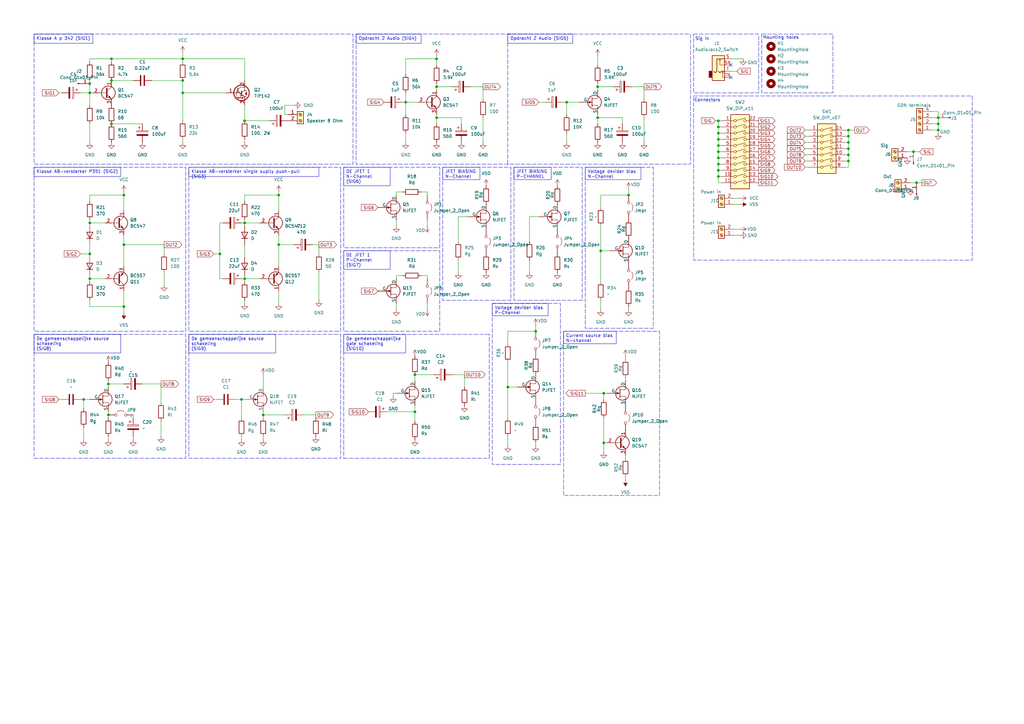
<source format=kicad_sch>
(kicad_sch (version 20250114) (generator "eeschema") (generator_version "9.0")
  (paper "A3")
  (title_block (title "Audio + Vermogen Opstellingen") (date "2025-10-10") (rev "1"))
  (rectangle (start 13.97 13.97) (end 144.78 67.31) (stroke (width 0) (type dash)))
  (rectangle (start 13.97 137.16) (end 76.2 187.96) (stroke (width 0) (type dash)))
  (rectangle (start 77.47 68.58) (end 139.7 135.89) (stroke (width 0) (type dash)))
  (rectangle (start 312.42 13.97) (end 341.63 38.1) (stroke (width 0) (type dash)))
  (rectangle (start 231.14 135.89) (end 270.51 203.2) (stroke (width 0) (type dash)))
  (rectangle (start 181.61 68.58) (end 209.55 123.19) (stroke (width 0) (type dash)))
  (rectangle (start 240.03 68.58) (end 267.97 134.62) (stroke (width 0) (type dash)))
  (rectangle (start 146.05 13.97) (end 283.21 67.31) (stroke (width 0) (type dash)))
  (rectangle (start 210.82 68.58) (end 238.76 123.19) (stroke (width 0) (type dash)))
  (rectangle (start 140.97 102.87) (end 180.34 135.89) (stroke (width 0) (type dash)))
  (rectangle (start 13.97 68.58) (end 76.2 135.89) (stroke (width 0) (type dash)))
  (rectangle (start 201.93 124.46) (end 229.87 190.5) (stroke (width 0) (type dash)))
  (rectangle (start 140.97 68.58) (end 180.34 101.6) (stroke (width 0) (type dash)))
  (rectangle (start 284.48 39.37) (end 398.78 106.68) (stroke (width 0) (type dash)))
  (rectangle (start 284.48 13.97) (end 311.15 38.1) (stroke (width 0) (type dash)))
  (rectangle (start 77.47 137.16) (end 139.7 187.96) (stroke (width 0) (type dash)))
  (text "Sig in" (at 288.036 16.002 0) (effects (font (size 1.27 1.27))))
  (text "Connectors" (at 290.068 41.148 0) (effects (font (size 1.27 1.27))))
  (text "Mounting holes" (at 320.294 15.494 0) (effects (font (size 1.27 1.27))))
  (text_box "DE JFET 1 N-Channel (SIG6)" (at 140.97 68.58 0) (size 19.05 7.62) (margins 0.9525 0.9525 0.9525 0.9525) (effects (font (size 1.27 1.27)) (justify left top)))
  (text_box "Klasse AB-versterker single suplly push-pull (SIG3)" (at 77.47 68.58 0) (size 53.34 3.81) (margins 0.9525 0.9525 0.9525 0.9525) (effects (font (size 1.27 1.27)) (justify left top)))
  (text_box "De gemeenschappelijke source schakeling\n(SIG9)" (at 77.47 137.16 0) (size 35.56 7.62) (margins 0.9525 0.9525 0.9525 0.9525) (effects (font (size 1.27 1.27)) (justify left top)))
  (text_box "Current source bias\nN-channel" (at 231.14 135.89 0) (size 21.59 5.08) (margins 0.9525 0.9525 0.9525 0.9525) (effects (font (size 1.27 1.27)) (justify left top)))
  (text_box "DE JFET 1 P-Channel (SIG7)" (at 140.97 102.87 0) (size 19.05 7.62) (margins 0.9525 0.9525 0.9525 0.9525) (effects (font (size 1.27 1.27)) (justify left top)))
  (text_box "Opdracht 2 Audio (SIG5)" (at 208.28 13.97 0) (size 26.67 3.81) (margins 0.9525 0.9525 0.9525 0.9525) (effects (font (size 1.27 1.27)) (justify left top)))
  (text_box "Opdracht 2 Audio (SIG4)" (at 146.05 13.97 0) (size 26.67 3.81) (margins 0.9525 0.9525 0.9525 0.9525) (effects (font (size 1.27 1.27)) (justify left top)))
  (text_box "Klasse AB-versterker P351 (SIG2)" (at 13.97 68.58 0) (size 35.56 3.81) (margins 0.9525 0.9525 0.9525 0.9525) (effects (font (size 1.27 1.27)) (justify left top)))
  (text_box "De gemeenschappelijke source schakeling\n(SIG8)" (at 13.97 137.16 0) (size 35.56 7.62) (margins 0.9525 0.9525 0.9525 0.9525) (effects (font (size 1.27 1.27)) (justify left top)))
  (text_box "JFET BIASING\nN-Channel\n" (at 181.61 68.58 0) (size 15.24 5.08) (margins 0.9525 0.9525 0.9525 0.9525) (effects (font (size 1.27 1.27)) (justify left top)))
  (text_box "Voltage devider bias\nN-Channel" (at 240.03 68.58 0) (size 22.86 5.08) (margins 0.9525 0.9525 0.9525 0.9525) (effects (font (size 1.27 1.27)) (justify left top)))
  (text_box "Voltage devider bias\nP-Channel" (at 201.93 124.46 0) (size 22.86 5.08) (margins 0.9525 0.9525 0.9525 0.9525) (effects (font (size 1.27 1.27)) (justify left top)))
  (text_box "Klasse A p 342 (SIG1)" (at 13.97 13.97 0) (size 24.13 3.81) (margins 0.9525 0.9525 0.9525 0.9525) (effects (font (size 1.27 1.27)) (justify left top)))
  (text_box "JFET BIASING\nP-CHANNEL\n" (at 210.82 68.58 0) (size 15.24 5.08) (margins 0.9525 0.9525 0.9525 0.9525) (effects (font (size 1.27 1.27)) (justify left top)))
  (text_box "De gemeenschappelijke gate schakeling\n(SIG10)" (at 140.97 137.16 0) (size 25.4 7.62) (margins 0.9525 0.9525 0.9525 0.9525) (effects (font (size 1.27 1.27)) (justify left top)))
  (junction (at 107.95 170.18))
  (junction (at 166.37 41.91))
  (junction (at 179.07 35.56))
  (junction (at 36.83 114.3))
  (junction (at 36.83 104.14))
  (junction (at 34.29 163.83))
  (junction (at 74.93 38.1))
  (junction (at 45.72 50.8))
  (junction (at 384.81 50.8))
  (junction (at 114.3 100.33))
  (junction (at 294.64 72.39))
  (junction (at 179.07 24.13))
  (junction (at 375.92 74.93))
  (junction (at 247.65 161.29))
  (junction (at 347.98 60.96))
  (junction (at 90.17 104.14))
  (junction (at 294.64 64.77))
  (junction (at 347.98 55.88))
  (junction (at 219.71 135.89))
  (junction (at 294.64 49.53))
  (junction (at 45.72 24.13))
  (junction (at 208.28 158.75))
  (junction (at 45.72 33.02))
  (junction (at 36.83 38.1))
  (junction (at 44.45 170.18))
  (junction (at 50.8 100.33))
  (junction (at 257.81 80.01))
  (junction (at 50.8 80.01))
  (junction (at 246.38 102.87))
  (junction (at 374.65 62.23))
  (junction (at 384.81 53.34))
  (junction (at 74.93 24.13))
  (junction (at 245.11 48.26))
  (junction (at 36.83 91.44))
  (junction (at 36.83 34.29))
  (junction (at 294.64 52.07))
  (junction (at 294.64 59.69))
  (junction (at 347.98 53.34))
  (junction (at 100.33 91.44))
  (junction (at 170.18 168.91))
  (junction (at 170.18 153.67))
  (junction (at 100.33 114.3))
  (junction (at 247.65 181.61))
  (junction (at 347.98 66.04))
  (junction (at 179.07 48.26))
  (junction (at 245.11 35.56))
  (junction (at 347.98 63.5))
  (junction (at 99.06 163.83))
  (junction (at 50.8 125.73))
  (junction (at 294.64 67.31))
  (junction (at 294.64 54.61))
  (junction (at 74.93 33.02))
  (junction (at 294.64 69.85))
  (junction (at 114.3 80.01))
  (junction (at 294.64 62.23))
  (junction (at 384.81 48.26))
  (junction (at 294.64 57.15))
  (junction (at 100.33 49.53))
  (junction (at 44.45 157.48))
  (junction (at 232.41 41.91))
  (junction (at 347.98 58.42))
  (no_connect (at 299.72 31.75))
  (no_connect (at 299.72 26.67))
  (wire (pts (xy 100.33 113.03) (xy 100.33 114.3)))
  (wire (pts (xy 346.71 53.34) (xy 347.98 53.34)))
  (wire (pts (xy 62.23 33.02) (xy 74.93 33.02)))
  (wire (pts (xy 212.09 158.75) (xy 208.28 158.75)))
  (wire (pts (xy 50.8 100.33) (xy 50.8 109.22)))
  (wire (pts (xy 208.28 179.07) (xy 208.28 182.88)))
  (polyline (pts (xy 200.66 187.96) (xy 200.66 137.16)) (stroke (width 0) (type dash)))
  (wire (pts (xy 330.2 53.34) (xy 331.47 53.34)))
  (wire (pts (xy 346.71 63.5) (xy 347.98 63.5)))
  (wire (pts (xy 300.99 81.28) (xy 303.53 81.28)))
  (wire (pts (xy 294.64 54.61) (xy 295.91 54.61)))
  (wire (pts (xy 217.17 106.68) (xy 217.17 111.76)))
  (wire (pts (xy 232.41 41.91) (xy 232.41 46.99)))
  (wire (pts (xy 100.33 100.33) (xy 100.33 105.41)))
  (wire (pts (xy 347.98 55.88) (xy 347.98 53.34)))
  (wire (pts (xy 33.02 104.14) (xy 36.83 104.14)))
  (wire (pts (xy 107.95 170.18) (xy 107.95 171.45)))
  (wire (pts (xy 66.04 157.48) (xy 66.04 165.1)))
  (polyline (pts (xy 140.97 137.16) (xy 140.97 187.96)) (stroke (width 0) (type dash)))
  (wire (pts (xy 245.11 34.29) (xy 245.11 35.56)))
  (wire (pts (xy 264.16 48.26) (xy 264.16 58.42)))
  (wire (pts (xy 347.98 63.5) (xy 347.98 60.96)))
  (wire (pts (xy 219.71 181.61) (xy 219.71 182.88)))
  (wire (pts (xy 208.28 140.97) (xy 208.28 135.89)))
  (wire (pts (xy 294.64 67.31) (xy 294.64 69.85)))
  (wire (pts (xy 114.3 119.38) (xy 114.3 124.46)))
  (wire (pts (xy 90.17 104.14) (xy 90.17 114.3)))
  (wire (pts (xy 161.29 161.29) (xy 162.56 161.29)))
  (wire (pts (xy 158.75 168.91) (xy 170.18 168.91)))
  (wire (pts (xy 384.81 48.26) (xy 384.81 45.72)))
  (wire (pts (xy 256.54 186.69) (xy 256.54 187.96)))
  (wire (pts (xy 162.56 124.46) (xy 162.56 127)))
  (wire (pts (xy 295.91 69.85) (xy 294.64 69.85)))
  (wire (pts (xy 100.33 91.44) (xy 106.68 91.44)))
  (wire (pts (xy 382.27 50.8) (xy 384.81 50.8)))
  (wire (pts (xy 36.83 38.1) (xy 36.83 34.29)))
  (wire (pts (xy 384.81 45.72) (xy 382.27 45.72)))
  (wire (pts (xy 116.84 43.18) (xy 116.84 46.99)))
  (wire (pts (xy 374.65 62.23) (xy 372.11 62.23)))
  (wire (pts (xy 50.8 78.74) (xy 50.8 80.01)))
  (wire (pts (xy 246.38 123.19) (xy 246.38 127)))
  (wire (pts (xy 330.2 63.5) (xy 331.47 63.5)))
  (wire (pts (xy 245.11 46.99) (xy 245.11 48.26)))
  (wire (pts (xy 36.83 50.8) (xy 36.83 58.42)))
  (wire (pts (xy 245.11 35.56) (xy 245.11 36.83)))
  (wire (pts (xy 330.2 66.04) (xy 331.47 66.04)))
  (wire (pts (xy 44.45 170.18) (xy 44.45 171.45)))
  (wire (pts (xy 189.23 50.8) (xy 189.23 48.26)))
  (wire (pts (xy 74.93 57.15) (xy 74.93 58.42)))
  (wire (pts (xy 294.64 57.15) (xy 294.64 59.69)))
  (wire (pts (xy 189.23 48.26) (xy 179.07 48.26)))
  (wire (pts (xy 347.98 60.96) (xy 347.98 58.42)))
  (wire (pts (xy 24.13 38.1) (xy 25.4 38.1)))
  (wire (pts (xy 294.64 49.53) (xy 294.64 52.07)))
  (wire (pts (xy 99.06 179.07) (xy 99.06 180.34)))
  (wire (pts (xy 347.98 58.42) (xy 347.98 55.88)))
  (wire (pts (xy 219.71 133.35) (xy 219.71 135.89)))
  (wire (pts (xy 120.65 43.18) (xy 116.84 43.18)))
  (wire (pts (xy 179.07 22.86) (xy 179.07 24.13)))
  (wire (pts (xy 166.37 54.61) (xy 166.37 58.42)))
  (wire (pts (xy 294.64 59.69) (xy 294.64 62.23)))
  (wire (pts (xy 90.17 104.14) (xy 87.63 104.14)))
  (wire (pts (xy 116.84 46.99) (xy 118.11 46.99)))
  (wire (pts (xy 74.93 38.1) (xy 92.71 38.1)))
  (wire (pts (xy 120.65 100.33) (xy 114.3 100.33)))
  (wire (pts (xy 175.26 90.17) (xy 175.26 92.71)))
  (wire (pts (xy 346.71 66.04) (xy 347.98 66.04)))
  (wire (pts (xy 165.1 41.91) (xy 166.37 41.91)))
  (wire (pts (xy 24.13 163.83) (xy 25.4 163.83)))
  (wire (pts (xy 256.54 146.05) (xy 256.54 147.32)))
  (wire (pts (xy 294.64 59.69) (xy 295.91 59.69)))
  (wire (pts (xy 130.81 100.33) (xy 128.27 100.33)))
  (wire (pts (xy 190.5 153.67) (xy 190.5 158.75)))
  (wire (pts (xy 295.91 74.93) (xy 294.64 74.93)))
  (wire (pts (xy 74.93 24.13) (xy 100.33 24.13)))
  (wire (pts (xy 231.14 41.91) (xy 232.41 41.91)))
  (wire (pts (xy 34.29 175.26) (xy 34.29 180.34)))
  (wire (pts (xy 256.54 154.94) (xy 256.54 156.21)))
  (wire (pts (xy 246.38 80.01) (xy 257.81 80.01)))
  (wire (pts (xy 166.37 24.13) (xy 179.07 24.13)))
  (wire (pts (xy 166.37 30.48) (xy 166.37 24.13)))
  (wire (pts (xy 36.83 25.4) (xy 36.83 24.13)))
  (wire (pts (xy 74.93 24.13) (xy 45.72 24.13)))
  (wire (pts (xy 294.64 67.31) (xy 295.91 67.31)))
  (wire (pts (xy 162.56 80.01) (xy 162.56 78.74)))
  (polyline (pts (xy 140.97 187.96) (xy 200.66 187.96)) (stroke (width 0) (type dash)))
  (wire (pts (xy 347.98 53.34) (xy 350.52 53.34)))
  (wire (pts (xy 44.45 157.48) (xy 50.8 157.48)))
  (wire (pts (xy 58.42 50.8) (xy 45.72 50.8)))
  (wire (pts (xy 294.64 57.15) (xy 295.91 57.15)))
  (wire (pts (xy 100.33 90.17) (xy 100.33 91.44)))
  (wire (pts (xy 99.06 91.44) (xy 100.33 91.44)))
  (wire (pts (xy 198.12 35.56) (xy 198.12 40.64)))
  (wire (pts (xy 346.71 60.96) (xy 347.98 60.96)))
  (wire (pts (xy 130.81 111.76) (xy 130.81 123.19)))
  (wire (pts (xy 34.29 163.83) (xy 36.83 163.83)))
  (wire (pts (xy 33.02 38.1) (xy 36.83 38.1)))
  (wire (pts (xy 36.83 38.1) (xy 38.1 38.1)))
  (wire (pts (xy 100.33 114.3) (xy 100.33 115.57)))
  (wire (pts (xy 36.83 100.33) (xy 36.83 104.14)))
  (wire (pts (xy 50.8 96.52) (xy 50.8 100.33)))
  (wire (pts (xy 294.64 49.53) (xy 295.91 49.53)))
  (wire (pts (xy 294.64 64.77) (xy 295.91 64.77)))
  (wire (pts (xy 384.81 54.61) (xy 384.81 53.34)))
  (wire (pts (xy 179.07 48.26) (xy 179.07 50.8)))
  (wire (pts (xy 179.07 34.29) (xy 179.07 35.56)))
  (wire (pts (xy 36.83 91.44) (xy 36.83 92.71)))
  (wire (pts (xy 99.06 114.3) (xy 100.33 114.3)))
  (wire (pts (xy 130.81 104.14) (xy 130.81 100.33)))
  (wire (pts (xy 294.64 72.39) (xy 294.64 69.85)))
  (wire (pts (xy 129.54 170.18) (xy 129.54 171.45)))
  (wire (pts (xy 110.49 49.53) (xy 100.33 49.53)))
  (wire (pts (xy 251.46 35.56) (xy 245.11 35.56)))
  (wire (pts (xy 347.98 66.04) (xy 347.98 63.5)))
  (wire (pts (xy 208.28 148.59) (xy 208.28 158.75)))
  (wire (pts (xy 67.31 100.33) (xy 50.8 100.33)))
  (wire (pts (xy 246.38 85.09) (xy 246.38 80.01)))
  (wire (pts (xy 300.99 83.82) (xy 303.53 83.82)))
  (wire (pts (xy 170.18 166.37) (xy 170.18 168.91)))
  (wire (pts (xy 99.06 163.83) (xy 99.06 171.45)))
  (wire (pts (xy 175.26 124.46) (xy 175.26 127)))
  (wire (pts (xy 162.56 90.17) (xy 162.56 92.71)))
  (wire (pts (xy 246.38 102.87) (xy 246.38 115.57)))
  (wire (pts (xy 220.98 41.91) (xy 223.52 41.91)))
  (wire (pts (xy 299.72 24.13) (xy 304.8 24.13)))
  (wire (pts (xy 114.3 100.33) (xy 114.3 109.22)))
  (wire (pts (xy 217.17 88.9) (xy 217.17 99.06)))
  (wire (pts (xy 36.83 34.29) (xy 36.83 33.02)))
  (wire (pts (xy 294.64 54.61) (xy 294.64 57.15)))
  (wire (pts (xy 166.37 41.91) (xy 166.37 46.99)))
  (wire (pts (xy 45.72 33.02) (xy 54.61 33.02)))
  (wire (pts (xy 114.3 96.52) (xy 114.3 100.33)))
  (wire (pts (xy 179.07 24.13) (xy 179.07 26.67)))
  (wire (pts (xy 294.64 62.23) (xy 295.91 62.23)))
  (wire (pts (xy 187.96 88.9) (xy 187.96 99.06)))
  (wire (pts (xy 256.54 195.58) (xy 256.54 196.85)))
  (wire (pts (xy 193.04 35.56) (xy 198.12 35.56)))
  (wire (pts (xy 170.18 168.91) (xy 170.18 172.72)))
  (wire (pts (xy 54.61 171.45) (xy 54.61 170.18)))
  (polyline (pts (xy 208.28 67.31) (xy 208.28 13.97)) (stroke (width 0) (type dash)))
  (wire (pts (xy 100.33 91.44) (xy 100.33 92.71)))
  (wire (pts (xy 373.38 74.93) (xy 375.92 74.93)))
  (wire (pts (xy 67.31 111.76) (xy 67.31 116.84)))
  (wire (pts (xy 36.83 113.03) (xy 36.83 114.3)))
  (wire (pts (xy 346.71 55.88) (xy 347.98 55.88)))
  (wire (pts (xy 300.99 96.52) (xy 303.53 96.52)))
  (wire (pts (xy 255.27 48.26) (xy 245.11 48.26)))
  (wire (pts (xy 294.64 64.77) (xy 294.64 67.31)))
  (wire (pts (xy 50.8 125.73) (xy 50.8 128.27)))
  (wire (pts (xy 232.41 54.61) (xy 232.41 58.42)))
  (wire (pts (xy 44.45 156.21) (xy 44.45 157.48)))
  (wire (pts (xy 240.03 161.29) (xy 247.65 161.29)))
  (wire (pts (xy 114.3 80.01) (xy 114.3 86.36)))
  (wire (pts (xy 175.26 113.03) (xy 175.26 114.3)))
  (wire (pts (xy 294.64 52.07) (xy 295.91 52.07)))
  (polyline (pts (xy 208.28 13.97) (xy 209.55 13.97)))
  (wire (pts (xy 293.37 49.53) (xy 294.64 49.53)))
  (wire (pts (xy 162.56 113.03) (xy 165.1 113.03)))
  (wire (pts (xy 36.83 38.1) (xy 36.83 43.18)))
  (wire (pts (xy 91.44 91.44) (xy 90.17 91.44)))
  (wire (pts (xy 257.81 77.47) (xy 257.81 80.01)))
  (wire (pts (xy 166.37 41.91) (xy 171.45 41.91)))
  (wire (pts (xy 100.33 114.3) (xy 106.68 114.3)))
  (wire (pts (xy 58.42 157.48) (xy 66.04 157.48)))
  (wire (pts (xy 246.38 92.71) (xy 246.38 102.87)))
  (wire (pts (xy 100.33 123.19) (xy 100.33 124.46)))
  (wire (pts (xy 245.11 48.26) (xy 245.11 50.8)))
  (wire (pts (xy 175.26 78.74) (xy 175.26 80.01)))
  (wire (pts (xy 67.31 104.14) (xy 67.31 100.33)))
  (wire (pts (xy 44.45 157.48) (xy 44.45 158.75)))
  (wire (pts (xy 170.18 156.21) (xy 170.18 153.67)))
  (wire (pts (xy 162.56 78.74) (xy 165.1 78.74)))
  (wire (pts (xy 36.83 24.13) (xy 45.72 24.13)))
  (wire (pts (xy 247.65 181.61) (xy 248.92 181.61)))
  (wire (pts (xy 107.95 179.07) (xy 107.95 180.34)))
  (wire (pts (xy 36.83 91.44) (xy 43.18 91.44)))
  (wire (pts (xy 294.64 74.93) (xy 294.64 72.39)))
  (wire (pts (xy 384.81 50.8) (xy 384.81 48.26)))
  (wire (pts (xy 161.29 161.29) (xy 161.29 162.56)))
  (wire (pts (xy 347.98 68.58) (xy 347.98 66.04)))
  (wire (pts (xy 162.56 114.3) (xy 162.56 113.03)))
  (wire (pts (xy 107.95 153.67) (xy 107.95 158.75)))
  (wire (pts (xy 299.72 29.21) (xy 302.26 29.21)))
  (wire (pts (xy 99.06 163.83) (xy 100.33 163.83)))
  (wire (pts (xy 191.77 88.9) (xy 187.96 88.9)))
  (wire (pts (xy 44.45 179.07) (xy 44.45 180.34)))
  (wire (pts (xy 250.19 102.87) (xy 246.38 102.87)))
  (wire (pts (xy 248.92 161.29) (xy 247.65 161.29)))
  (wire (pts (xy 45.72 24.13) (xy 45.72 25.4)))
  (wire (pts (xy 66.04 172.72) (xy 66.04 179.07)))
  (wire (pts (xy 185.42 153.67) (xy 190.5 153.67)))
  (wire (pts (xy 330.2 68.58) (xy 331.47 68.58)))
  (wire (pts (xy 90.17 91.44) (xy 90.17 104.14)))
  (wire (pts (xy 255.27 50.8) (xy 255.27 48.26)))
  (wire (pts (xy 36.83 125.73) (xy 50.8 125.73)))
  (wire (pts (xy 36.83 104.14) (xy 36.83 105.41)))
  (wire (pts (xy 247.65 161.29) (xy 247.65 163.83)))
  (wire (pts (xy 100.33 80.01) (xy 114.3 80.01)))
  (wire (pts (xy 166.37 38.1) (xy 166.37 41.91)))
  (wire (pts (xy 187.96 106.68) (xy 187.96 111.76)))
  (wire (pts (xy 36.83 114.3) (xy 43.18 114.3)))
  (wire (pts (xy 172.72 113.03) (xy 175.26 113.03)))
  (wire (pts (xy 185.42 35.56) (xy 179.07 35.56)))
  (wire (pts (xy 74.93 21.59) (xy 74.93 24.13)))
  (wire (pts (xy 100.33 24.13) (xy 100.33 33.02)))
  (wire (pts (xy 294.64 62.23) (xy 294.64 64.77)))
  (wire (pts (xy 36.83 82.55) (xy 36.83 80.01)))
  (wire (pts (xy 96.52 163.83) (xy 99.06 163.83)))
  (wire (pts (xy 257.81 125.73) (xy 257.81 127)))
  (wire (pts (xy 382.27 53.34) (xy 384.81 53.34)))
  (wire (pts (xy 294.64 52.07) (xy 294.64 54.61)))
  (wire (pts (xy 107.95 168.91) (xy 107.95 170.18)))
  (wire (pts (xy 124.46 170.18) (xy 129.54 170.18)))
  (wire (pts (xy 330.2 55.88) (xy 331.47 55.88)))
  (wire (pts (xy 264.16 35.56) (xy 264.16 40.64)))
  (wire (pts (xy 245.11 22.86) (xy 245.11 26.67)))
  (wire (pts (xy 300.99 93.98) (xy 303.53 93.98)))
  (wire (pts (xy 36.83 90.17) (xy 36.83 91.44)))
  (wire (pts (xy 346.71 68.58) (xy 347.98 68.58)))
  (wire (pts (xy 382.27 48.26) (xy 384.81 48.26)))
  (wire (pts (xy 198.12 48.26) (xy 198.12 58.42)))
  (wire (pts (xy 375.92 74.93) (xy 378.46 74.93)))
  (wire (pts (xy 247.65 181.61) (xy 247.65 185.42)))
  (wire (pts (xy 50.8 119.38) (xy 50.8 125.73)))
  (wire (pts (xy 220.98 88.9) (xy 217.17 88.9)))
  (wire (pts (xy 87.63 163.83) (xy 88.9 163.83)))
  (wire (pts (xy 100.33 43.18) (xy 100.33 49.53)))
  (wire (pts (xy 54.61 179.07) (xy 54.61 180.34)))
  (wire (pts (xy 377.19 62.23) (xy 374.65 62.23)))
  (wire (pts (xy 259.08 35.56) (xy 264.16 35.56)))
  (wire (pts (xy 179.07 46.99) (xy 179.07 48.26)))
  (wire (pts (xy 208.28 135.89) (xy 219.71 135.89)))
  (polyline (pts (xy 200.66 137.16) (xy 140.97 137.16)) (stroke (width 0) (type dash)))
  (wire (pts (xy 100.33 82.55) (xy 100.33 80.01)))
  (wire (pts (xy 100.33 57.15) (xy 100.33 58.42)))
  (wire (pts (xy 50.8 80.01) (xy 50.8 86.36)))
  (wire (pts (xy 107.95 170.18) (xy 116.84 170.18)))
  (wire (pts (xy 247.65 171.45) (xy 247.65 181.61)))
  (wire (pts (xy 330.2 58.42) (xy 331.47 58.42)))
  (wire (pts (xy 34.29 163.83) (xy 34.29 167.64)))
  (wire (pts (xy 172.72 78.74) (xy 175.26 78.74)))
  (wire (pts (xy 295.91 72.39) (xy 294.64 72.39)))
  (wire (pts (xy 91.44 114.3) (xy 90.17 114.3)))
  (wire (pts (xy 232.41 41.91) (xy 237.49 41.91)))
  (wire (pts (xy 346.71 58.42) (xy 347.98 58.42)))
  (wire (pts (xy 33.02 163.83) (xy 34.29 163.83)))
  (wire (pts (xy 208.28 158.75) (xy 208.28 171.45)))
  (wire (pts (xy 74.93 49.53) (xy 74.93 38.1)))
  (wire (pts (xy 36.83 80.01) (xy 50.8 80.01)))
  (wire (pts (xy 36.83 123.19) (xy 36.83 125.73)))
  (wire (pts (xy 74.93 38.1) (xy 74.93 33.02)))
  (wire (pts (xy 74.93 25.4) (xy 74.93 24.13)))
  (wire (pts (xy 44.45 168.91) (xy 44.45 170.18)))
  (wire (pts (xy 384.81 53.34) (xy 384.81 50.8)))
  (wire (pts (xy 36.83 114.3) (xy 36.83 115.57)))
  (wire (pts (xy 179.07 35.56) (xy 179.07 36.83)))
  (wire (pts (xy 170.18 153.67) (xy 177.8 153.67)))
  (wire (pts (xy 114.3 78.74) (xy 114.3 80.01)))
  (wire (pts (xy 330.2 60.96) (xy 331.47 60.96)))
  (global_label "OUT9" (shape output) (at 129.54 170.18 0) (property "Intersheetrefs" "${INTERSHEET_REFS}" (effects (hide yes))))
  (global_label "SIG11" (shape output) (at 240.03 161.29 180) (property "Intersheetrefs" "${INTERSHEET_REFS}" (effects (hide yes))))
  (global_label "SIG5" (shape input) (at 220.98 41.91 180) (property "Intersheetrefs" "${INTERSHEET_REFS}" (effects (hide yes))))
  (global_label "SIG6" (shape output) (at 311.15 62.23 0) (property "Intersheetrefs" "${INTERSHEET_REFS}" (effects (hide yes))))
  (global_label "SIG10" (shape output) (at 311.15 72.39 0) (property "Intersheetrefs" "${INTERSHEET_REFS}" (effects (hide yes))))
  (global_label "SIG2" (shape input) (at 33.02 104.14 180) (property "Intersheetrefs" "${INTERSHEET_REFS}" (effects (hide yes))))
  (global_label "OUT" (shape output) (at 350.52 53.34 0) (property "Intersheetrefs" "${INTERSHEET_REFS}" (effects (hide yes))))
  (global_label "OUT" (shape output) (at 378.1133 74.93 0) (property "Intersheetrefs" "${INTERSHEET_REFS}" (effects (hide yes))))
  (global_label "OUT5" (shape output) (at 264.16 35.56 0) (property "Intersheetrefs" "${INTERSHEET_REFS}" (effects (hide yes))))
  (global_label "OUT10" (shape input) (at 330.2 68.58 180) (property "Intersheetrefs" "${INTERSHEET_REFS}" (effects (hide yes))))
  (global_label "SIG1" (shape input) (at 24.13 38.1 180) (property "Intersheetrefs" "${INTERSHEET_REFS}" (effects (hide yes))))
  (global_label "OUT8" (shape input) (at 330.2 63.5 180) (property "Intersheetrefs" "${INTERSHEET_REFS}" (effects (hide yes))))
  (global_label "OUT8" (shape output) (at 66.04 157.48 0) (property "Intersheetrefs" "${INTERSHEET_REFS}" (effects (hide yes))))
  (global_label "OUT3" (shape output) (at 130.81 100.33 0) (property "Intersheetrefs" "${INTERSHEET_REFS}" (effects (hide yes))))
  (global_label "OUT2" (shape output) (at 67.31 100.33 0) (property "Intersheetrefs" "${INTERSHEET_REFS}" (effects (hide yes))))
  (global_label "SIG9" (shape input) (at 87.63 163.83 180) (property "Intersheetrefs" "${INTERSHEET_REFS}" (effects (hide yes))))
  (global_label "SIG10" (shape input) (at 151.13 168.91 180) (property "Intersheetrefs" "${INTERSHEET_REFS}" (effects (hide yes))))
  (global_label "SIG6" (shape input) (at 154.94 85.09 180) (property "Intersheetrefs" "${INTERSHEET_REFS}" (effects (hide yes))))
  (global_label "SIG" (shape input) (at 302.26 29.21 0) (property "Intersheetrefs" "${INTERSHEET_REFS}" (effects (hide yes))))
  (global_label "OUT2" (shape input) (at 330.2 53.34 180) (property "Intersheetrefs" "${INTERSHEET_REFS}" (effects (hide yes))))
  (global_label "SIG7" (shape output) (at 311.15 64.77 0) (property "Intersheetrefs" "${INTERSHEET_REFS}" (effects (hide yes))))
  (global_label "SIG2" (shape output) (at 311.15 52.07 0) (property "Intersheetrefs" "${INTERSHEET_REFS}" (effects (hide yes))))
  (global_label "SIG4" (shape input) (at 157.48 41.91 180) (property "Intersheetrefs" "${INTERSHEET_REFS}" (effects (hide yes))))
  (global_label "SIG3" (shape input) (at 87.63 104.14 180) (property "Intersheetrefs" "${INTERSHEET_REFS}" (effects (hide yes))))
  (global_label "SIG" (shape input) (at 377.19 62.23 0) (property "Intersheetrefs" "${INTERSHEET_REFS}" (effects (hide yes))))
  (global_label "SIG" (shape input) (at 293.37 49.53 180) (property "Intersheetrefs" "${INTERSHEET_REFS}" (effects (hide yes))))
  (global_label "OUT5" (shape input) (at 330.2 60.96 180) (property "Intersheetrefs" "${INTERSHEET_REFS}" (effects (hide yes))))
  (global_label "SIG3" (shape output) (at 311.15 54.61 0) (property "Intersheetrefs" "${INTERSHEET_REFS}" (effects (hide yes))))
  (global_label "SIG1" (shape output) (at 311.15 49.53 0) (property "Intersheetrefs" "${INTERSHEET_REFS}" (effects (hide yes))))
  (global_label "OUT9" (shape input) (at 330.2 66.04 180) (property "Intersheetrefs" "${INTERSHEET_REFS}" (effects (hide yes))))
  (global_label "OUT10" (shape output) (at 190.5 153.67 0) (property "Intersheetrefs" "${INTERSHEET_REFS}" (effects (hide yes))))
  (global_label "SIG4" (shape output) (at 311.15 57.15 0) (property "Intersheetrefs" "${INTERSHEET_REFS}" (effects (hide yes))))
  (global_label "SIG11" (shape output) (at 311.15 74.93 0) (property "Intersheetrefs" "${INTERSHEET_REFS}" (effects (hide yes))))
  (global_label "SIG5" (shape output) (at 311.15 59.69 0) (property "Intersheetrefs" "${INTERSHEET_REFS}" (effects (hide yes))))
  (global_label "SIG7" (shape input) (at 154.94 119.38 180) (property "Intersheetrefs" "${INTERSHEET_REFS}" (effects (hide yes))))
  (global_label "OUT3" (shape input) (at 330.2 55.88 180) (property "Intersheetrefs" "${INTERSHEET_REFS}" (effects (hide yes))))
  (global_label "SIG9" (shape output) (at 311.15 69.85 0) (property "Intersheetrefs" "${INTERSHEET_REFS}" (effects (hide yes))))
  (global_label "SIG8" (shape input) (at 24.13 163.83 180) (property "Intersheetrefs" "${INTERSHEET_REFS}" (effects (hide yes))))
  (global_label "OUT4" (shape output) (at 198.12 35.56 0) (property "Intersheetrefs" "${INTERSHEET_REFS}" (effects (hide yes))))
  (global_label "OUT4" (shape input) (at 330.2 58.42 180) (property "Intersheetrefs" "${INTERSHEET_REFS}" (effects (hide yes))))
  (global_label "SIG8" (shape output) (at 311.15 67.31 0) (property "Intersheetrefs" "${INTERSHEET_REFS}" (effects (hide yes))))
  (symbol (lib_id "Jumper:Jumper_2_Open") (at 257.81 85.09 270) (unit 1)
    (property "Reference" "JP2" (at 260.35 83.8199 90) (effects (justify left)))
    (property "Value" "Jmpr" (at 260.35 86.3599 90) (effects (justify left)))
    (property "Footprint" "Connector_PinHeader_2.54mm:PinHeader_1x02_P2.54mm_Vertical" (effects (hide yes)))
    (property "Description" "Jumper, 2-pole, open" (effects (hide yes)))
  )
  (symbol (lib_id "power:GND") (at 198.12 58.42 0) (unit 1)
    (property "Reference" "#PWR015" (effects (hide yes)))
    (property "Value" "GND" (at 198.12 63.5 0))
    (property "Description" "Power symbol creates a global label with name \"GND\" , ground" (effects (hide yes)))
  )
  (symbol (lib_id "Device:R") (at 99.06 175.26 0) (unit 1)
    (property "Reference" "R46" (at 101.6 173.9899 0) (effects (justify left)))
    (property "Value" "Rg" (at 101.6 176.5299 0) (effects (justify left)))
    (property "Footprint" "Resistor_THT:R_Axial_DIN0207_L6.3mm_D2.5mm_P10.16mm_Horizontal" (effects (hide yes)))
    (property "Description" "Resistor" (effects (hide yes)))
  )
  (symbol (lib_id "Device:R") (at 34.29 171.45 0) (unit 1)
    (property "Reference" "R44" (at 36.83 170.1799 0) (effects (justify left)))
    (property "Value" "Rg" (at 36.83 172.7199 0) (effects (justify left)))
    (property "Footprint" "Resistor_THT:R_Axial_DIN0207_L6.3mm_D2.5mm_P10.16mm_Horizontal" (effects (hide yes)))
    (property "Description" "Resistor" (effects (hide yes)))
  )
  (symbol (lib_id "power:GND") (at 190.5 166.37 0) (unit 1)
    (property "Reference" "#PWR053" (effects (hide yes)))
    (property "Value" "GND" (at 190.5 171.45 0))
    (property "Description" "Power symbol creates a global label with name \"GND\" , ground" (effects (hide yes)))
  )
  (symbol (lib_id "Device:R") (at 100.33 119.38 0) (unit 1)
    (property "Reference" "R33" (at 102.87 118.1099 0) (effects (justify left)))
    (property "Value" "470" (at 102.87 120.6499 0) (effects (justify left)))
    (property "Footprint" "Resistor_THT:R_Axial_DIN0207_L6.3mm_D2.5mm_P10.16mm_Horizontal" (effects (hide yes)))
    (property "Description" "Resistor" (effects (hide yes)))
  )
  (symbol (lib_id "power:GND") (at 208.28 182.88 0) (unit 1)
    (property "Reference" "#PWR062" (effects (hide yes)))
    (property "Value" "GND" (at 208.28 187.96 0))
    (property "Description" "Power symbol creates a global label with name \"GND\" , ground" (effects (hide yes)))
  )
  (symbol (lib_id "power:VDD") (at 228.6 76.2 0) (unit 1)
    (property "Reference" "#PWR022" (effects (hide yes)))
    (property "Value" "VDD" (at 228.6 71.12 0))
    (property "Description" "Power symbol creates a global label with name \"VDD\"" (effects (hide yes)))
  )
  (symbol (lib_id "power:GND") (at 219.71 182.88 0) (unit 1)
    (property "Reference" "#PWR063" (effects (hide yes)))
    (property "Value" "GND" (at 219.71 187.96 0))
    (property "Description" "Power symbol creates a global label with name \"GND\" , ground" (effects (hide yes)))
  )
  (symbol (lib_id "Device:R") (at 36.83 46.99 0) (unit 1)
    (property "Reference" "R9" (at 39.37 45.7199 0) (effects (justify left)))
    (property "Value" "10k" (at 39.37 48.2599 0) (effects (justify left)))
    (property "Footprint" "Resistor_SMD:R_0805_2012Metric_Pad1.20x1.40mm_HandSolder" (effects (hide yes)))
    (property "Description" "Resistor" (effects (hide yes)))
  )
  (symbol (lib_id "power:VCC") (at 303.53 81.28 270) (unit 1)
    (property "Reference" "#PWR027" (effects (hide yes)))
    (property "Value" "VCC" (at 307.34 81.2799 90) (effects (justify left)))
    (property "Description" "Power symbol creates a global label with name \"VCC\"" (effects (hide yes)))
  )
  (symbol (lib_id "Device:R") (at 44.45 152.4 0) (unit 1)
    (property "Reference" "R40" (at 46.99 151.1299 0) (effects (justify left)))
    (property "Value" "Rd" (at 46.99 153.6699 0) (effects (justify left)))
    (property "Footprint" "Resistor_THT:R_Axial_DIN0207_L6.3mm_D2.5mm_P10.16mm_Horizontal" (effects (hide yes)))
    (property "Description" "Resistor" (effects (hide yes)))
  )
  (symbol (lib_id "Device:C_Polarized") (at 189.23 35.56 90) (unit 1)
    (property "Reference" "C2" (at 188.341 27.94 90))
    (property "Value" "100uF" (at 188.341 30.48 90))
    (property "Footprint" "Capacitor_THT:CP_Axial_L11.0mm_D5.0mm_P18.00mm_Horizontal" (effects (hide yes)))
    (property "Description" "Polarized capacitor" (effects (hide yes)))
  )
  (symbol (lib_id "Device:R") (at 217.17 102.87 180) (unit 1)
    (property "Reference" "R26" (at 219.71 101.5999 0) (effects (justify right)))
    (property "Value" "Rg" (at 219.71 104.1399 0) (effects (justify right)))
    (property "Footprint" "Resistor_THT:R_Axial_DIN0207_L6.3mm_D2.5mm_P10.16mm_Horizontal" (effects (hide yes)))
    (property "Description" "Resistor" (effects (hide yes)))
  )
  (symbol (lib_id "power:GND") (at 74.93 58.42 0) (unit 1)
    (property "Reference" "#PWR09" (effects (hide yes)))
    (property "Value" "GND" (at 74.93 63.5 0))
    (property "Description" "Power symbol creates a global label with name \"GND\" , ground" (effects (hide yes)))
  )
  (symbol (lib_id "Simulation_SPICE:PJFET") (at 217.17 158.75 0) (unit 1)
    (property "Reference" "Q14" (at 222.25 157.4799 0) (effects (justify left)))
    (property "Value" "PJFET" (at 222.25 160.0199 0) (effects (justify left)))
    (property "Footprint" "MMBFJ176:SOT23" (effects (hide yes)))
    (property "Datasheet" "https://ngspice.sourceforge.io/docs/ngspice-html-manual/manual.xhtml#cha_JFETs" (effects (hide yes)))
    (property "Description" "P-JFET transistor, for simulation only" (effects (hide yes)))
    (property "Sim.Device" "PJFET" (effects (hide yes)))
    (property "Sim.Type" "SHICHMANHODGES" (effects (hide yes)))
    (property "Sim.Pins" "1=D 2=G 3=S" (effects (hide yes)))
  )
  (symbol (lib_id "Device:R") (at 228.6 107.95 180) (unit 1)
    (property "Reference" "R30" (at 231.14 106.6799 0) (effects (justify right)))
    (property "Value" "Rs" (at 231.14 109.2199 0) (effects (justify right)))
    (property "Footprint" "Resistor_THT:R_Axial_DIN0207_L6.3mm_D2.5mm_P10.16mm_Horizontal" (effects (hide yes)))
    (property "Description" "Resistor" (effects (hide yes)))
  )
  (symbol (lib_id "power:VDD") (at 256.54 146.05 0) (unit 1)
    (property "Reference" "#PWR048" (effects (hide yes)))
    (property "Value" "VDD" (at 259.334 144.272 0))
    (property "Description" "Power symbol creates a global label with name \"VDD\"" (effects (hide yes)))
  )
  (symbol (lib_id "power:GND") (at 162.56 127 0) (unit 1)
    (property "Reference" "#PWR041" (effects (hide yes)))
    (property "Value" "GND" (at 162.56 132.08 0))
    (property "Description" "Power symbol creates a global label with name \"GND\" , ground" (effects (hide yes)))
  )
  (symbol (lib_id "power:GND") (at 228.6 111.76 0) (unit 1)
    (property "Reference" "#PWR036" (effects (hide yes)))
    (property "Value" "GND" (at 228.6 116.84 0))
    (property "Description" "Power symbol creates a global label with name \"GND\" , ground" (effects (hide yes)))
  )
  (symbol (lib_id "Device:R") (at 208.28 175.26 180) (unit 1)
    (property "Reference" "R49" (at 210.82 173.9899 0) (effects (justify right)))
    (property "Value" "~" (at 210.82 176.5299 0) (effects (justify right)))
    (property "Footprint" "Resistor_THT:R_Axial_DIN0207_L6.3mm_D2.5mm_P10.16mm_Horizontal" (effects (hide yes)))
    (property "Description" "Resistor" (effects (hide yes)))
  )
  (symbol (lib_id "Device:R") (at 256.54 151.13 180) (unit 1)
    (property "Reference" "R39" (at 252.73 151.13 90))
    (property "Value" "Rd" (at 254.508 151.13 90))
    (property "Footprint" "Resistor_THT:R_Axial_DIN0207_L6.3mm_D2.5mm_P10.16mm_Horizontal" (effects (hide yes)))
    (property "Description" "Resistor" (effects (hide yes)))
  )
  (symbol (lib_id "Jumper:Jumper_2_Open") (at 257.81 113.03 270) (unit 1)
    (property "Reference" "JP5" (at 260.35 111.7599 90) (effects (justify left)))
    (property "Value" "Jmpr" (at 260.35 114.2999 90) (effects (justify left)))
    (property "Footprint" "Connector_PinHeader_2.54mm:PinHeader_1x02_P2.54mm_Vertical" (effects (hide yes)))
    (property "Description" "Jumper, 2-pole, open" (effects (hide yes)))
  )
  (symbol (lib_id "power:GND") (at 100.33 124.46 0) (unit 1)
    (property "Reference" "#PWR039" (effects (hide yes)))
    (property "Value" "GND" (at 100.33 129.54 0))
    (property "Description" "Power symbol creates a global label with name \"GND\" , ground" (effects (hide yes)))
  )
  (symbol (lib_id "Device:R") (at 170.18 149.86 180) (unit 1)
    (property "Reference" "R37" (at 172.72 148.5899 0) (effects (justify right)))
    (property "Value" "Rd" (at 172.72 151.1299 0) (effects (justify right)))
    (property "Footprint" "Resistor_THT:R_Axial_DIN0207_L6.3mm_D2.5mm_P10.16mm_Horizontal" (effects (hide yes)))
    (property "Description" "Resistor" (effects (hide yes)))
  )
  (symbol (lib_id "power:GND") (at 257.81 127 0) (unit 1)
    (property "Reference" "#PWR044" (effects (hide yes)))
    (property "Value" "GND" (at 257.81 132.08 0))
    (property "Description" "Power symbol creates a global label with name \"GND\" , ground" (effects (hide yes)))
  )
  (symbol (lib_id "Device:C_Polarized") (at 120.65 170.18 90) (unit 1)
    (property "Reference" "C19" (at 119.761 162.56 90))
    (property "Value" "C2" (at 119.761 165.1 90))
    (property "Footprint" "Capacitor_THT:CP_Axial_L11.0mm_D5.0mm_P18.00mm_Horizontal" (effects (hide yes)))
    (property "Description" "Polarized capacitor" (effects (hide yes)))
  )
  (symbol (lib_id "Simulation_SPICE:NJFET") (at 160.02 85.09 0) (unit 1)
    (property "Reference" "Q5" (at 165.1 83.8199 0) (effects (justify left)))
    (property "Value" "NJFET" (at 165.1 86.3599 0) (effects (justify left)))
    (property "Footprint" "J109:TRANS_J109" (effects (hide yes)))
    (property "Datasheet" "https://ngspice.sourceforge.io/docs/ngspice-html-manual/manual.xhtml#cha_JFETs" (effects (hide yes)))
    (property "Description" "N-JFET transistor, for simulation only" (effects (hide yes)))
    (property "Sim.Device" "NJFET" (effects (hide yes)))
    (property "Sim.Type" "SHICHMANHODGES" (effects (hide yes)))
    (property "Sim.Pins" "1=D 2=G 3=S" (effects (hide yes)))
  )
  (symbol (lib_id "power:GND") (at 162.56 92.71 0) (unit 1)
    (property "Reference" "#PWR029" (effects (hide yes)))
    (property "Value" "GND" (at 162.56 97.79 0))
    (property "Description" "Power symbol creates a global label with name \"GND\" , ground" (effects (hide yes)))
  )
  (symbol (lib_id "Device:R") (at 100.33 53.34 0) (unit 1)
    (property "Reference" "R14" (at 102.87 52.0699 0) (effects (justify left)))
    (property "Value" "100, 2W" (at 102.87 54.6099 0) (effects (justify left)))
    (property "Footprint" "Resistor_SMD:R_2512_6332Metric_Pad1.40x3.35mm_HandSolder" (effects (hide yes)))
    (property "Description" "Resistor" (effects (hide yes)))
  )
  (symbol (lib_id "Device:R") (at 36.83 29.21 0) (unit 1)
    (property "Reference" "R1" (at 39.37 27.9399 0) (effects (justify left)))
    (property "Value" "56k" (at 39.37 30.4799 0) (effects (justify left)))
    (property "Footprint" "Resistor_SMD:R_0805_2012Metric_Pad1.20x1.40mm_HandSolder" (effects (hide yes)))
    (property "Description" "Resistor" (effects (hide yes)))
  )
  (symbol (lib_id "power:GND") (at 66.04 179.07 0) (unit 1)
    (property "Reference" "#PWR054" (effects (hide yes)))
    (property "Value" "GND" (at 66.04 184.15 0))
    (property "Description" "Power symbol creates a global label with name \"GND\" , ground" (effects (hide yes)))
  )
  (symbol (lib_id "power:VDD") (at 303.53 93.98 270) (unit 1)
    (property "Reference" "#PWR031" (effects (hide yes)))
    (property "Value" "VDD" (at 308.356 93.98 90))
    (property "Description" "Power symbol creates a global label with name \"VDD\"" (effects (hide yes)))
  )
  (symbol (lib_id "Transistor_BJT:TIP120") (at 97.79 38.1 0) (unit 1)
    (property "Reference" "Q2" (at 104.14 36.8299 0) (effects (justify left)))
    (property "Value" "TIP142" (at 104.14 39.3699 0) (effects (justify left)))
    (property "Footprint" "Package_TO_SOT_THT:TO-220-3_Horizontal_TabDown" (effects (hide yes)))
    (property "Datasheet" "https://www.onsemi.com/pub/Collateral/TIP120-D.PDF" (effects (hide yes)))
    (property "Description" "5A Ic, 60V Vce, Silicon Darlington Power NPN Transistor, TO-220" (effects (hide yes)))
  )
  (symbol (lib_id "Mechanical:MountingHole") (at 316.23 29.21 0) (unit 1) (in_bom no)
    (property "Reference" "H3" (at 318.77 27.9399 0) (effects (justify left)))
    (property "Value" "MountingHole" (at 318.77 30.4799 0) (effects (justify left)))
    (property "Footprint" "MountingHole:MountingHole_3.2mm_M3" (effects (hide yes)))
    (property "Description" "Mounting Hole without connection" (effects (hide yes)))
  )
  (symbol (lib_id "Device:R") (at 179.07 54.61 0) (unit 1)
    (property "Reference" "R16" (at 181.61 53.3399 0) (effects (justify left)))
    (property "Value" "560" (at 181.61 55.8799 0) (effects (justify left)))
    (property "Footprint" "Resistor_THT:R_Axial_DIN0207_L6.3mm_D2.5mm_P10.16mm_Horizontal" (effects (hide yes)))
    (property "Description" "Resistor" (effects (hide yes)))
  )
  (symbol (lib_id "Device:R") (at 130.81 107.95 0) (unit 1)
    (property "Reference" "R28" (at 133.35 106.6799 0) (effects (justify left)))
    (property "Value" "50" (at 133.35 109.2199 0) (effects (justify left)))
    (property "Footprint" "Resistor_THT:R_Axial_DIN0207_L6.3mm_D2.5mm_P10.16mm_Horizontal" (effects (hide yes)))
    (property "Description" "Resistor" (effects (hide yes)))
  )
  (symbol (lib_id "power:VSS") (at 50.8 128.27 180) (unit 1)
    (property "Reference" "#PWR045" (effects (hide yes)))
    (property "Value" "VSS" (at 50.8 133.35 0))
    (property "Description" "Power symbol creates a global label with name \"VSS\"" (effects (hide yes)))
  )
  (symbol (lib_id "Device:R") (at 166.37 34.29 0) (unit 1)
    (property "Reference" "R6" (at 168.91 33.0199 0) (effects (justify left)))
    (property "Value" "56k" (at 168.91 35.5599 0) (effects (justify left)))
    (property "Footprint" "Resistor_THT:R_Axial_DIN0207_L6.3mm_D2.5mm_P10.16mm_Horizontal" (effects (hide yes)))
    (property "Description" "Resistor" (effects (hide yes)))
  )
  (symbol (lib_id "Connector:Screw_Terminal_01x02") (at 123.19 46.99 0) (unit 1)
    (property "Reference" "J4" (at 125.73 46.9899 0) (effects (justify left)))
    (property "Value" "Speaker 8 Ohm" (at 125.73 49.5299 0) (effects (justify left)))
    (property "Footprint" "TerminalBlock_Phoenix:TerminalBlock_Phoenix_MKDS-1,5-2_1x02_P5.00mm_Horizontal" (effects (hide yes)))
    (property "Description" "Generic screw terminal, single row, 01x02, script generated (kicad-library-utils/schlib/autogen/connector/)" (effects (hide yes)))
  )
  (symbol (lib_id "power:GND") (at 114.3 124.46 0) (unit 1)
    (property "Reference" "#PWR040" (effects (hide yes)))
    (property "Value" "GND" (at 114.3 129.54 0))
    (property "Description" "Power symbol creates a global label with name \"GND\" , ground" (effects (hide yes)))
  )
  (symbol (lib_id "Device:R") (at 228.6 80.01 180) (unit 1)
    (property "Reference" "R20" (at 224.79 80.01 90))
    (property "Value" "Rd" (at 226.568 80.01 90))
    (property "Footprint" "Resistor_THT:R_Axial_DIN0207_L6.3mm_D2.5mm_P10.16mm_Horizontal" (effects (hide yes)))
    (property "Description" "Resistor" (effects (hide yes)))
  )
  (symbol (lib_id "Device:D") (at 36.83 109.22 90) (unit 1)
    (property "Reference" "D3" (at 39.37 107.9499 90) (effects (justify right)))
    (property "Value" "D" (at 39.37 110.4899 90) (effects (justify right)))
    (property "Footprint" "Diode_THT:D_DO-15_P15.24mm_Horizontal" (effects (hide yes)))
    (property "Description" "Diode" (effects (hide yes)))
    (property "Sim.Device" "D" (effects (hide yes)))
    (property "Sim.Pins" "1=K 2=A" (effects (hide yes)))
  )
  (symbol (lib_id "Device:R") (at 168.91 78.74 90) (unit 1)
    (property "Reference" "R18" (at 168.91 72.39 90))
    (property "Value" "Rd" (at 168.91 74.93 90))
    (property "Footprint" "Resistor_THT:R_Axial_DIN0207_L6.3mm_D2.5mm_P10.16mm_Horizontal" (effects (hide yes)))
    (property "Description" "Resistor" (effects (hide yes)))
  )
  (symbol (lib_id "Transistor_BJT:BC547") (at 176.53 41.91 0) (unit 1)
    (property "Reference" "Q3" (at 181.61 40.6399 0) (effects (justify left)))
    (property "Value" "BC547" (at 181.61 43.1799 0) (effects (justify left)))
    (property "Footprint" "Package_TO_SOT_THT:TO-92_Inline" (effects (hide yes)))
    (property "Datasheet" "https://www.onsemi.com/pub/Collateral/BC550-D.pdf" (effects (hide yes)))
    (property "Description" "0.1A Ic, 45V Vce, Small Signal NPN Transistor, TO-92" (effects (hide yes)))
  )
  (symbol (lib_id "power:GND") (at 170.18 180.34 0) (unit 1)
    (property "Reference" "#PWR061" (effects (hide yes)))
    (property "Value" "GND" (at 170.18 185.42 0))
    (property "Description" "Power symbol creates a global label with name \"GND\" , ground" (effects (hide yes)))
  )
  (symbol (lib_id "Device:R") (at 36.83 86.36 0) (unit 1)
    (property "Reference" "R21" (at 39.37 85.0899 0) (effects (justify left)))
    (property "Value" "370" (at 39.37 87.6299 0) (effects (justify left)))
    (property "Footprint" "Resistor_THT:R_Axial_DIN0207_L6.3mm_D2.5mm_P10.16mm_Horizontal" (effects (hide yes)))
    (property "Description" "Resistor" (effects (hide yes)))
  )
  (symbol (lib_id "Device:R") (at 219.71 149.86 180) (unit 1)
    (property "Reference" "R38" (at 215.9 149.86 90))
    (property "Value" "Rd" (at 217.678 149.86 90))
    (property "Footprint" "Resistor_THT:R_Axial_DIN0207_L6.3mm_D2.5mm_P10.16mm_Horizontal" (effects (hide yes)))
    (property "Description" "Resistor" (effects (hide yes)))
  )
  (symbol (lib_id "Device:R") (at 199.39 107.95 180) (unit 1)
    (property "Reference" "R29" (at 201.93 106.6799 0) (effects (justify right)))
    (property "Value" "Rs" (at 201.93 109.2199 0) (effects (justify right)))
    (property "Footprint" "Resistor_THT:R_Axial_DIN0207_L6.3mm_D2.5mm_P10.16mm_Horizontal" (effects (hide yes)))
    (property "Description" "Resistor" (effects (hide yes)))
  )
  (symbol (lib_id "power:VDD") (at 199.39 76.2 0) (unit 1)
    (property "Reference" "#PWR021" (effects (hide yes)))
    (property "Value" "VDD" (at 199.39 71.12 0))
    (property "Description" "Power symbol creates a global label with name \"VDD\"" (effects (hide yes)))
  )
  (symbol (lib_id "power:VCC") (at 114.3 78.74 0) (unit 1)
    (property "Reference" "#PWR026" (effects (hide yes)))
    (property "Value" "VCC" (at 114.3 73.66 0))
    (property "Description" "Power symbol creates a global label with name \"VCC\"" (effects (hide yes)))
  )
  (symbol (lib_id "power:VDD") (at 107.95 153.67 0) (unit 1)
    (property "Reference" "#PWR050" (effects (hide yes)))
    (property "Value" "VDD" (at 110.744 151.892 0))
    (property "Description" "Power symbol creates a global label with name \"VDD\"" (effects (hide yes)))
  )
  (symbol (lib_id "power:GND") (at 179.07 58.42 0) (unit 1)
    (property "Reference" "#PWR013" (effects (hide yes)))
    (property "Value" "GND" (at 179.07 63.5 0))
    (property "Description" "Power symbol creates a global label with name \"GND\" , ground" (effects (hide yes)))
  )
  (symbol (lib_id "Device:C_Polarized") (at 58.42 54.61 0) (unit 1)
    (property "Reference" "C8" (at 62.23 52.4509 0) (effects (justify left)))
    (property "Value" "100uF" (at 62.23 54.9909 0) (effects (justify left)))
    (property "Footprint" "Capacitor_SMD:CP_Elec_6.3x5.4" (effects (hide yes)))
    (property "Description" "Polarized capacitor" (effects (hide yes)))
  )
  (symbol (lib_id "Switch:SW_DIP_x11") (at 303.53 62.23 0) (unit 1)
    (property "Reference" "SW2" (at 303.53 41.91 0))
    (property "Value" "SW_DIP_x11" (at 303.53 44.45 0))
    (property "Footprint" "Button_Switch_THT:SW_DIP_SPSTx11_Slide_9.78x30.12mm_W7.62mm_P2.54mm" (effects (hide yes)))
    (property "Description" "11x DIP Switch, Single Pole Single Throw (SPST) switch, small symbol" (effects (hide yes)))
  )
  (symbol (lib_id "Device:R") (at 179.07 30.48 0) (unit 1)
    (property "Reference" "R4" (at 181.61 29.2099 0) (effects (justify left)))
    (property "Value" "3.9k" (at 181.61 31.7499 0) (effects (justify left)))
    (property "Footprint" "Resistor_THT:R_Axial_DIN0207_L6.3mm_D2.5mm_P10.16mm_Horizontal" (effects (hide yes)))
    (property "Description" "Resistor" (effects (hide yes)))
  )
  (symbol (lib_id "Connector:Conn_01x01_Pin") (at 389.89 48.26 180) (unit 1)
    (property "Reference" "J3" (at 391.16 48.514 0))
    (property "Value" "Conn_01x01_Pin" (at 394.716 46.228 0))
    (property "Footprint" "Connector_PinHeader_2.54mm:PinHeader_1x01_P2.54mm_Vertical" (effects (hide yes)))
    (property "Description" "Generic connector, single row, 01x01, script generated" (effects (hide yes)))
  )
  (symbol (lib_id "Switch:SW_DIP_x07") (at 339.09 60.96 0) (unit 1)
    (property "Reference" "SW1" (at 339.09 45.72 0))
    (property "Value" "SW_DIP_x07" (at 339.09 48.26 0))
    (property "Footprint" "Button_Switch_THT:SW_DIP_SPSTx07_Slide_9.78x19.96mm_W7.62mm_P2.54mm" (effects (hide yes)))
    (property "Description" "7x DIP Switch, Single Pole Single Throw (SPST) switch, small symbol" (effects (hide yes)))
  )
  (symbol (lib_id "Device:R") (at 44.45 175.26 0) (unit 1)
    (property "Reference" "R45" (at 46.99 173.9899 0) (effects (justify left)))
    (property "Value" "Rs" (at 46.99 176.5299 0) (effects (justify left)))
    (property "Footprint" "Resistor_THT:R_Axial_DIN0207_L6.3mm_D2.5mm_P10.16mm_Horizontal" (effects (hide yes)))
    (property "Description" "Resistor" (effects (hide yes)))
  )
  (symbol (lib_id "Transistor_BJT:BC557") (at 48.26 114.3 0) (mirror x) (unit 1)
    (property "Reference" "Q11" (at 53.34 115.5701 0) (effects (justify left)))
    (property "Value" "BC557" (at 53.34 113.0301 0) (effects (justify left)))
    (property "Footprint" "Package_TO_SOT_THT:TO-92_Inline" (effects (hide yes)))
    (property "Datasheet" "https://www.onsemi.com/pub/Collateral/BC556BTA-D.pdf" (effects (hide yes)))
    (property "Description" "0.1A Ic, 45V Vce, PNP Small Signal Transistor, TO-92" (effects (hide yes)))
  )
  (symbol (lib_id "Device:C_Polarized") (at 114.3 49.53 90) (unit 1)
    (property "Reference" "C7" (at 113.411 41.91 90))
    (property "Value" "100uF" (at 113.411 44.45 90))
    (property "Footprint" "Capacitor_SMD:CP_Elec_6.3x5.4" (effects (hide yes)))
    (property "Description" "Polarized capacitor" (effects (hide yes)))
  )
  (symbol (lib_id "Simulation_SPICE:NJFET") (at 255.27 102.87 0) (unit 1)
    (property "Reference" "Q10" (at 260.35 101.5999 0) (effects (justify left)))
    (property "Value" "NJFET" (at 260.35 104.1399 0) (effects (justify left)))
    (property "Footprint" "J109:TRANS_J109" (effects (hide yes)))
    (property "Datasheet" "https://ngspice.sourceforge.io/docs/ngspice-html-manual/manual.xhtml#cha_JFETs" (effects (hide yes)))
    (property "Description" "N-JFET transistor, for simulation only" (effects (hide yes)))
    (property "Sim.Device" "NJFET" (effects (hide yes)))
    (property "Sim.Type" "SHICHMANHODGES" (effects (hide yes)))
    (property "Sim.Pins" "1=D 2=G 3=S" (effects (hide yes)))
  )
  (symbol (lib_id "Device:R") (at 74.93 53.34 0) (unit 1)
    (property "Reference" "R13" (at 77.47 52.0699 0) (effects (justify left)))
    (property "Value" "22k" (at 77.47 54.6099 0) (effects (justify left)))
    (property "Footprint" "Resistor_SMD:R_0805_2012Metric_Pad1.20x1.40mm_HandSolder" (effects (hide yes)))
    (property "Description" "Resistor" (effects (hide yes)))
  )
  (symbol (lib_id "power:GND") (at 217.17 111.76 0) (unit 1)
    (property "Reference" "#PWR035" (effects (hide yes)))
    (property "Value" "GND" (at 217.17 116.84 0))
    (property "Description" "Power symbol creates a global label with name \"GND\" , ground" (effects (hide yes)))
  )
  (symbol (lib_id "power:VCC") (at 74.93 21.59 0) (unit 1)
    (property "Reference" "#PWR01" (effects (hide yes)))
    (property "Value" "VCC" (at 74.93 16.51 0))
    (property "Description" "Power symbol creates a global label with name \"VCC\"" (effects (hide yes)))
  )
  (symbol (lib_id "power:VDD") (at 219.71 133.35 0) (unit 1)
    (property "Reference" "#PWR046" (effects (hide yes)))
    (property "Value" "VDD" (at 222.504 131.572 0))
    (property "Description" "Power symbol creates a global label with name \"VDD\"" (effects (hide yes)))
  )
  (symbol (lib_id "Mechanical:MountingHole") (at 316.23 19.05 0) (unit 1) (in_bom no)
    (property "Reference" "H1" (at 318.77 17.7799 0) (effects (justify left)))
    (property "Value" "MountingHole" (at 318.77 20.3199 0) (effects (justify left)))
    (property "Footprint" "MountingHole:MountingHole_3.2mm_M3" (effects (hide yes)))
    (property "Description" "Mounting Hole without connection" (effects (hide yes)))
  )
  (symbol (lib_id "power:VDD") (at 257.81 77.47 0) (unit 1)
    (property "Reference" "#PWR023" (effects (hide yes)))
    (property "Value" "VDD" (at 260.604 75.692 0))
    (property "Description" "Power symbol creates a global label with name \"VDD\"" (effects (hide yes)))
  )
  (symbol (lib_id "Simulation_SPICE:PJFET") (at 160.02 119.38 0) (unit 1)
    (property "Reference" "Q13" (at 165.1 118.1099 0) (effects (justify left)))
    (property "Value" "PJFET" (at 165.1 120.6499 0) (effects (justify left)))
    (property "Footprint" "MMBFJ176:SOT23" (effects (hide yes)))
    (property "Datasheet" "https://ngspice.sourceforge.io/docs/ngspice-html-manual/manual.xhtml#cha_JFETs" (effects (hide yes)))
    (property "Description" "P-JFET transistor, for simulation only" (effects (hide yes)))
    (property "Sim.Device" "PJFET" (effects (hide yes)))
    (property "Sim.Type" "SHICHMANHODGES" (effects (hide yes)))
    (property "Sim.Pins" "1=D 2=G 3=S" (effects (hide yes)))
  )
  (symbol (lib_id "power:GND") (at 247.65 185.42 0) (unit 1)
    (property "Reference" "#PWR064" (effects (hide yes)))
    (property "Value" "GND" (at 247.65 190.5 0))
    (property "Description" "Power symbol creates a global label with name \"GND\" , ground" (effects (hide yes)))
  )
  (symbol (lib_id "Device:R") (at 190.5 162.56 0) (unit 1)
    (property "Reference" "R41" (at 193.04 161.2899 0) (effects (justify left)))
    (property "Value" "Rl" (at 193.04 163.8299 0) (effects (justify left)))
    (property "Footprint" "Resistor_THT:R_Axial_DIN0207_L6.3mm_D2.5mm_P10.16mm_Horizontal" (effects (hide yes)))
    (property "Description" "Resistor" (effects (hide yes)))
  )
  (symbol (lib_id "Connector:Screw_Terminal_01x02") (at 295.91 83.82 180) (unit 1)
    (property "Reference" "J10" (at 293.116 82.296 0))
    (property "Value" "Power in" (at 291.592 78.74 0))
    (property "Footprint" "TerminalBlock_Phoenix:TerminalBlock_Phoenix_MKDS-1,5-2_1x02_P5.00mm_Horizontal" (effects (hide yes)))
    (property "Description" "Generic screw terminal, single row, 01x02, script generated (kicad-library-utils/schlib/autogen/connector/)" (effects (hide yes)))
  )
  (symbol (lib_id "power:VDD") (at 175.26 127 180) (unit 1)
    (property "Reference" "#PWR042" (effects (hide yes)))
    (property "Value" "VDD" (at 172.466 128.778 0))
    (property "Description" "Power symbol creates a global label with name \"VDD\"" (effects (hide yes)))
  )
  (symbol (lib_id "Device:R") (at 100.33 86.36 0) (unit 1)
    (property "Reference" "R22" (at 102.87 85.0899 0) (effects (justify left)))
    (property "Value" "470" (at 102.87 87.6299 0) (effects (justify left)))
    (property "Footprint" "Resistor_THT:R_Axial_DIN0207_L6.3mm_D2.5mm_P10.16mm_Horizontal" (effects (hide yes)))
    (property "Description" "Resistor" (effects (hide yes)))
  )
  (symbol (lib_id "Device:C_Polarized") (at 95.25 114.3 270) (unit 1)
    (property "Reference" "C13" (at 96.139 106.68 90))
    (property "Value" "22uF" (at 96.139 109.22 90))
    (property "Footprint" "Capacitor_THT:CP_Axial_L11.0mm_D5.0mm_P18.00mm_Horizontal" (effects (hide yes)))
    (property "Description" "Polarized capacitor" (effects (hide yes)))
  )
  (symbol (lib_id "power:GND") (at 264.16 58.42 0) (unit 1)
    (property "Reference" "#PWR019" (effects (hide yes)))
    (property "Value" "GND" (at 264.16 63.5 0))
    (property "Description" "Power symbol creates a global label with name \"GND\" , ground" (effects (hide yes)))
  )
  (symbol (lib_id "Device:R") (at 36.83 119.38 0) (unit 1)
    (property "Reference" "R32" (at 39.37 118.1099 0) (effects (justify left)))
    (property "Value" "370" (at 39.37 120.6499 0) (effects (justify left)))
    (property "Footprint" "Resistor_THT:R_Axial_DIN0207_L6.3mm_D2.5mm_P10.16mm_Horizontal" (effects (hide yes)))
    (property "Description" "Resistor" (effects (hide yes)))
  )
  (symbol (lib_id "power:GND") (at 232.41 58.42 0) (unit 1)
    (property "Reference" "#PWR016" (effects (hide yes)))
    (property "Value" "GND" (at 232.41 63.5 0))
    (property "Description" "Power symbol creates a global label with name \"GND\" , ground" (effects (hide yes)))
  )
  (symbol (lib_id "Device:R") (at 66.04 168.91 0) (unit 1)
    (property "Reference" "R43" (at 68.58 167.6399 0) (effects (justify left)))
    (property "Value" "Rl" (at 68.58 170.1799 0) (effects (justify left)))
    (property "Footprint" "Resistor_THT:R_Axial_DIN0207_L6.3mm_D2.5mm_P10.16mm_Horizontal" (effects (hide yes)))
    (property "Description" "Resistor" (effects (hide yes)))
  )
  (symbol (lib_id "Device:R") (at 245.11 54.61 0) (unit 1)
    (property "Reference" "R17" (at 247.65 53.3399 0) (effects (justify left)))
    (property "Value" "560" (at 247.65 55.8799 0) (effects (justify left)))
    (property "Footprint" "Resistor_THT:R_Axial_DIN0207_L6.3mm_D2.5mm_P10.16mm_Horizontal" (effects (hide yes)))
    (property "Description" "Resistor" (effects (hide yes)))
  )
  (symbol (lib_id "power:GND") (at 58.42 58.42 0) (unit 1)
    (property "Reference" "#PWR08" (effects (hide yes)))
    (property "Value" "GND" (at 58.42 63.5 0))
    (property "Description" "Power symbol creates a global label with name \"GND\" , ground" (effects (hide yes)))
  )
  (symbol (lib_id "Simulation_SPICE:NJFET") (at 254 161.29 0) (unit 1)
    (property "Reference" "Q16" (at 259.08 160.0199 0) (effects (justify left)))
    (property "Value" "NJFET" (at 259.08 162.5599 0) (effects (justify left)))
    (property "Footprint" "J109:TRANS_J109" (effects (hide yes)))
    (property "Datasheet" "https://ngspice.sourceforge.io/docs/ngspice-html-manual/manual.xhtml#cha_JFETs" (effects (hide yes)))
    (property "Description" "N-JFET transistor, for simulation only" (effects (hide yes)))
    (property "Sim.Device" "NJFET" (effects (hide yes)))
    (property "Sim.Type" "SHICHMANHODGES" (effects (hide yes)))
    (property "Sim.Pins" "1=D 2=G 3=S" (effects (hide yes)))
  )
  (symbol (lib_id "Device:C_Polarized") (at 54.61 175.26 0) (unit 1)
    (property "Reference" "C20" (at 58.42 173.1009 0) (effects (justify left)))
    (property "Value" "~" (at 58.42 175.6409 0) (effects (justify left)))
    (property "Footprint" "Capacitor_THT:CP_Axial_L11.0mm_D5.0mm_P18.00mm_Horizontal" (effects (hide yes)))
    (property "Description" "Polarized capacitor" (effects (hide yes)))
  )
  (symbol (lib_id "Device:D") (at 100.33 96.52 90) (unit 1)
    (property "Reference" "D2" (at 102.87 95.2499 90) (effects (justify right)))
    (property "Value" "D" (at 102.87 97.7899 90) (effects (justify right)))
    (property "Footprint" "Diode_THT:D_DO-15_P15.24mm_Horizontal" (effects (hide yes)))
    (property "Description" "Diode" (effects (hide yes)))
    (property "Sim.Device" "D" (effects (hide yes)))
    (property "Sim.Pins" "1=K 2=A" (effects (hide yes)))
  )
  (symbol (lib_id "power:GND") (at 161.29 162.56 0) (unit 1)
    (property "Reference" "#PWR051" (effects (hide yes)))
    (property "Value" "GND" (at 161.29 167.64 0))
    (property "Description" "Power symbol creates a global label with name \"GND\" , ground" (effects (hide yes)))
  )
  (symbol (lib_id "Transistor_BJT:BC547") (at 254 181.61 0) (unit 1)
    (property "Reference" "Q19" (at 259.08 180.3399 0) (effects (justify left)))
    (property "Value" "BC547" (at 259.08 182.8799 0) (effects (justify left)))
    (property "Footprint" "Package_TO_SOT_THT:TO-92_Inline" (effects (hide yes)))
    (property "Datasheet" "https://www.onsemi.com/pub/Collateral/BC550-D.pdf" (effects (hide yes)))
    (property "Description" "0.1A Ic, 45V Vce, Small Signal NPN Transistor, TO-92" (effects (hide yes)))
  )
  (symbol (lib_id "Device:R") (at 45.72 54.61 0) (unit 1)
    (property "Reference" "R15" (at 48.26 53.3399 0) (effects (justify left)))
    (property "Value" "560" (at 48.26 55.8799 0) (effects (justify left)))
    (property "Footprint" "Resistor_SMD:R_0805_2012Metric_Pad1.20x1.40mm_HandSolder" (effects (hide yes)))
    (property "Description" "Resistor" (effects (hide yes)))
  )
  (symbol (lib_id "power:GND") (at 44.45 180.34 0) (unit 1)
    (property "Reference" "#PWR057" (effects (hide yes)))
    (property "Value" "GND" (at 44.45 185.42 0))
    (property "Description" "Power symbol creates a global label with name \"GND\" , ground" (effects (hide yes)))
  )
  (symbol (lib_id "Device:C") (at 92.71 163.83 90) (unit 1)
    (property "Reference" "C17" (at 92.71 156.21 90))
    (property "Value" "C1" (at 92.71 158.75 90))
    (property "Footprint" "Capacitor_THT:CP_Axial_L11.0mm_D5.0mm_P18.00mm_Horizontal" (effects (hide yes)))
    (property "Description" "Unpolarized capacitor" (effects (hide yes)))
  )
  (symbol (lib_id "power:GND") (at 304.8 24.13 0) (unit 1)
    (property "Reference" "#PWR04" (effects (hide yes)))
    (property "Value" "GND" (at 308.61 25.654 0))
    (property "Description" "Power symbol creates a global label with name \"GND\" , ground" (effects (hide yes)))
  )
  (symbol (lib_id "power:GND") (at 54.61 180.34 0) (unit 1)
    (property "Reference" "#PWR058" (effects (hide yes)))
    (property "Value" "GND" (at 54.61 185.42 0))
    (property "Description" "Power symbol creates a global label with name \"GND\" , ground" (effects (hide yes)))
  )
  (symbol (lib_id "power:GND") (at 99.06 180.34 0) (unit 1)
    (property "Reference" "#PWR059" (effects (hide yes)))
    (property "Value" "GND" (at 99.06 185.42 0))
    (property "Description" "Power symbol creates a global label with name \"GND\" , ground" (effects (hide yes)))
  )
  (symbol (lib_id "power:GND") (at 189.23 58.42 0) (unit 1)
    (property "Reference" "#PWR014" (effects (hide yes)))
    (property "Value" "GND" (at 189.23 63.5 0))
    (property "Description" "Power symbol creates a global label with name \"GND\" , ground" (effects (hide yes)))
  )
  (symbol (lib_id "Device:C_Polarized") (at 255.27 54.61 0) (unit 1)
    (property "Reference" "C10" (at 259.08 52.4509 0) (effects (justify left)))
    (property "Value" "100uF" (at 259.08 54.9909 0) (effects (justify left)))
    (property "Footprint" "Capacitor_THT:CP_Axial_L11.0mm_D5.0mm_P18.00mm_Horizontal" (effects (hide yes)))
    (property "Description" "Polarized capacitor" (effects (hide yes)))
  )
  (symbol (lib_id "Device:D") (at 100.33 109.22 90) (unit 1)
    (property "Reference" "D4" (at 102.87 107.9499 90) (effects (justify right)))
    (property "Value" "D" (at 102.87 110.4899 90) (effects (justify right)))
    (property "Footprint" "Diode_THT:D_DO-15_P15.24mm_Horizontal" (effects (hide yes)))
    (property "Description" "Diode" (effects (hide yes)))
    (property "Sim.Device" "D" (effects (hide yes)))
    (property "Sim.Pins" "1=K 2=A" (effects (hide yes)))
  )
  (symbol (lib_id "Device:R") (at 245.11 30.48 0) (unit 1)
    (property "Reference" "R5" (at 247.65 29.2099 0) (effects (justify left)))
    (property "Value" "3.9K" (at 247.65 31.7499 0) (effects (justify left)))
    (property "Footprint" "Resistor_THT:R_Axial_DIN0207_L6.3mm_D2.5mm_P10.16mm_Horizontal" (effects (hide yes)))
    (property "Description" "Resistor" (effects (hide yes)))
  )
  (symbol (lib_id "Device:R") (at 170.18 176.53 180) (unit 1)
    (property "Reference" "R50" (at 172.72 175.2599 0) (effects (justify right)))
    (property "Value" "Rs" (at 172.72 177.7999 0) (effects (justify right)))
    (property "Footprint" "Resistor_THT:R_Axial_DIN0207_L6.3mm_D2.5mm_P10.16mm_Horizontal" (effects (hide yes)))
    (property "Description" "Resistor" (effects (hide yes)))
  )
  (symbol (lib_id "power:GND") (at 187.96 111.76 0) (unit 1)
    (property "Reference" "#PWR033" (effects (hide yes)))
    (property "Value" "GND" (at 187.96 116.84 0))
    (property "Description" "Power symbol creates a global label with name \"GND\" , ground" (effects (hide yes)))
  )
  (symbol (lib_id "power:GND") (at 199.39 111.76 0) (unit 1)
    (property "Reference" "#PWR034" (effects (hide yes)))
    (property "Value" "GND" (at 199.39 116.84 0))
    (property "Description" "Power symbol creates a global label with name \"GND\" , ground" (effects (hide yes)))
  )
  (symbol (lib_id "Device:R") (at 199.39 80.01 180) (unit 1)
    (property "Reference" "R19" (at 195.58 80.01 90))
    (property "Value" "Rd" (at 197.358 80.01 90))
    (property "Footprint" "Resistor_THT:R_Axial_DIN0207_L6.3mm_D2.5mm_P10.16mm_Horizontal" (effects (hide yes)))
    (property "Description" "Resistor" (effects (hide yes)))
  )
  (symbol (lib_id "power:VDD") (at 170.18 146.05 0) (unit 1)
    (property "Reference" "#PWR047" (effects (hide yes)))
    (property "Value" "VDD" (at 172.974 144.272 0))
    (property "Description" "Power symbol creates a global label with name \"VDD\"" (effects (hide yes)))
  )
  (symbol (lib_id "Device:C_Polarized") (at 255.27 35.56 90) (unit 1)
    (property "Reference" "C3" (at 254.381 27.94 90))
    (property "Value" "100uF" (at 254.381 30.48 90))
    (property "Footprint" "Capacitor_THT:CP_Axial_L11.0mm_D5.0mm_P18.00mm_Horizontal" (effects (hide yes)))
    (property "Description" "Polarized capacitor" (effects (hide yes)))
  )
  (symbol (lib_id "Simulation_SPICE:NJFET") (at 242.57 41.91 0) (unit 1)
    (property "Reference" "Q4" (at 247.65 40.6399 0) (effects (justify left)))
    (property "Value" "NJFET" (at 247.65 43.1799 0) (effects (justify left)))
    (property "Footprint" "J109:TRANS_J109" (effects (hide yes)))
    (property "Datasheet" "https://ngspice.sourceforge.io/docs/ngspice-html-manual/manual.xhtml#cha_JFETs" (effects (hide yes)))
    (property "Description" "N-JFET transistor, for simulation only" (effects (hide yes)))
    (property "Sim.Device" "NJFET" (effects (hide yes)))
    (property "Sim.Type" "SHICHMANHODGES" (effects (hide yes)))
    (property "Sim.Pins" "1=D 2=G 3=S" (effects (hide yes)))
  )
  (symbol (lib_id "Device:R") (at 107.95 175.26 0) (unit 1)
    (property "Reference" "R47" (at 110.49 173.9899 0) (effects (justify left)))
    (property "Value" "Rs" (at 110.49 176.5299 0) (effects (justify left)))
    (property "Footprint" "Resistor_THT:R_Axial_DIN0207_L6.3mm_D2.5mm_P10.16mm_Horizontal" (effects (hide yes)))
    (property "Description" "Resistor" (effects (hide yes)))
  )
  (symbol (lib_id "power:GND") (at 246.38 127 0) (unit 1)
    (property "Reference" "#PWR043" (effects (hide yes)))
    (property "Value" "GND" (at 246.38 132.08 0))
    (property "Description" "Power symbol creates a global label with name \"GND\" , ground" (effects (hide yes)))
  )
  (symbol (lib_id "Simulation_SPICE:NJFET") (at 196.85 88.9 0) (unit 1)
    (property "Reference" "Q6" (at 201.93 87.6299 0) (effects (justify left)))
    (property "Value" "NJFET" (at 201.93 90.1699 0) (effects (justify left)))
    (property "Footprint" "J109:TRANS_J109" (effects (hide yes)))
    (property "Datasheet" "https://ngspice.sourceforge.io/docs/ngspice-html-manual/manual.xhtml#cha_JFETs" (effects (hide yes)))
    (property "Description" "N-JFET transistor, for simulation only" (effects (hide yes)))
    (property "Sim.Device" "NJFET" (effects (hide yes)))
    (property "Sim.Type" "SHICHMANHODGES" (effects (hide yes)))
    (property "Sim.Pins" "1=D 2=G 3=S" (effects (hide yes)))
  )
  (symbol (lib_id "Device:R") (at 129.54 175.26 0) (unit 1)
    (property "Reference" "R48" (at 132.08 173.9899 0) (effects (justify left)))
    (property "Value" "Rl" (at 132.08 176.5299 0) (effects (justify left)))
    (property "Footprint" "Resistor_THT:R_Axial_DIN0207_L6.3mm_D2.5mm_P10.16mm_Horizontal" (effects (hide yes)))
    (property "Description" "Resistor" (effects (hide yes)))
  )
  (symbol (lib_id "power:GND") (at 384.81 54.61 0) (unit 1)
    (property "Reference" "#PWR05" (effects (hide yes)))
    (property "Value" "GND" (at 389.636 54.102 0) (effects (justify right)))
    (property "Description" "Power symbol creates a global label with name \"GND\" , ground" (effects (hide yes)))
  )
  (symbol (lib_id "Connector:Screw_Terminal_01x02") (at 368.3 77.47 180) (unit 1)
    (property "Reference" "J8" (at 365.506 75.946 0))
    (property "Value" "Out" (at 363.982 72.39 0))
    (property "Footprint" "TerminalBlock_Phoenix:TerminalBlock_Phoenix_MKDS-1,5-2_1x02_P5.00mm_Horizontal" (effects (hide yes)))
    (property "Description" "Generic screw terminal, single row, 01x02, script generated (kicad-library-utils/schlib/autogen/connector/)" (effects (hide yes)))
  )
  (symbol (lib_id "Device:C") (at 58.42 33.02 90) (unit 1)
    (property "Reference" "C1" (at 58.42 25.4 90))
    (property "Value" "0.22uF" (at 58.42 27.94 90))
    (property "Footprint" "Capacitor_SMD:C_0805_2012Metric" (effects (hide yes)))
    (property "Description" "Unpolarized capacitor" (effects (hide yes)))
  )
  (symbol (lib_id "Jumper:Jumper_2_Open") (at 199.39 99.06 270) (unit 1)
    (property "Reference" "JP3" (at 201.93 97.7899 90) (effects (justify left)))
    (property "Value" "Jumper_2_Open" (at 201.93 100.3299 90) (effects (justify left)))
    (property "Footprint" "Connector_PinHeader_2.54mm:PinHeader_1x02_P2.54mm_Vertical" (effects (hide yes)))
    (property "Description" "Jumper, 2-pole, open" (effects (hide yes)))
  )
  (symbol (lib_id "Device:C_Polarized") (at 124.46 100.33 90) (unit 1)
    (property "Reference" "C12" (at 123.571 92.71 90))
    (property "Value" "470" (at 123.571 95.25 90))
    (property "Footprint" "Capacitor_THT:CP_Axial_L11.0mm_D5.0mm_P18.00mm_Horizontal" (effects (hide yes)))
    (property "Description" "Polarized capacitor" (effects (hide yes)))
  )
  (symbol (lib_id "Device:D") (at 36.83 96.52 90) (unit 1)
    (property "Reference" "D1" (at 39.37 95.2499 90) (effects (justify right)))
    (property "Value" "D" (at 39.37 97.7899 90) (effects (justify right)))
    (property "Footprint" "Diode_THT:D_DO-15_P15.24mm_Horizontal" (effects (hide yes)))
    (property "Description" "Diode" (effects (hide yes)))
    (property "Sim.Device" "D" (effects (hide yes)))
    (property "Sim.Pins" "1=K 2=A" (effects (hide yes)))
  )
  (symbol (lib_id "Jumper:Jumper_2_Open") (at 175.26 119.38 270) (unit 1)
    (property "Reference" "JP6" (at 177.8 118.1099 90) (effects (justify left)))
    (property "Value" "Jumper_2_Open" (at 177.8 120.6499 90) (effects (justify left)))
    (property "Footprint" "Connector_PinHeader_2.54mm:PinHeader_1x02_P2.54mm_Vertical" (effects (hide yes)))
    (property "Description" "Jumper, 2-pole, open" (effects (hide yes)))
  )
  (symbol (lib_id "Simulation_SPICE:PJFET") (at 226.06 88.9 0) (unit 1)
    (property "Reference" "Q7" (at 231.14 87.6299 0) (effects (justify left)))
    (property "Value" "PJFET" (at 231.14 90.1699 0) (effects (justify left)))
    (property "Footprint" "MMBFJ176:SOT23" (effects (hide yes)))
    (property "Datasheet" "https://ngspice.sourceforge.io/docs/ngspice-html-manual/manual.xhtml#cha_JFETs" (effects (hide yes)))
    (property "Description" "P-JFET transistor, for simulation only" (effects (hide yes)))
    (property "Sim.Device" "PJFET" (effects (hide yes)))
    (property "Sim.Type" "SHICHMANHODGES" (effects (hide yes)))
    (property "Sim.Pins" "1=D 2=G 3=S" (effects (hide yes)))
  )
  (symbol (lib_id "Device:R") (at 74.93 29.21 0) (unit 1)
    (property "Reference" "R3" (at 77.47 27.9399 0) (effects (justify left)))
    (property "Value" "5.6k" (at 77.47 30.4799 0) (effects (justify left)))
    (property "Footprint" "Resistor_SMD:R_0805_2012Metric_Pad1.20x1.40mm_HandSolder" (effects (hide yes)))
    (property "Description" "Resistor" (effects (hide yes)))
  )
  (symbol (lib_id "Simulation_SPICE:NJFET") (at 105.41 163.83 0) (unit 1)
    (property "Reference" "Q18" (at 110.49 162.5599 0) (effects (justify left)))
    (property "Value" "NJFET" (at 110.49 165.0999 0) (effects (justify left)))
    (property "Footprint" "J109:TRANS_J109" (effects (hide yes)))
    (property "Datasheet" "https://ngspice.sourceforge.io/docs/ngspice-html-manual/manual.xhtml#cha_JFETs" (effects (hide yes)))
    (property "Description" "N-JFET transistor, for simulation only" (effects (hide yes)))
    (property "Sim.Device" "NJFET" (effects (hide yes)))
    (property "Sim.Type" "SHICHMANHODGES" (effects (hide yes)))
    (property "Sim.Pins" "1=D 2=G 3=S" (effects (hide yes)))
  )
  (symbol (lib_id "power:GND") (at 303.53 96.52 90) (unit 1)
    (property "Reference" "#PWR032" (effects (hide yes)))
    (property "Value" "GND" (at 306.578 96.52 90) (effects (justify right)))
    (property "Description" "Power symbol creates a global label with name \"GND\" , ground" (effects (hide yes)))
  )
  (symbol (lib_id "Device:C_Polarized") (at 181.61 153.67 90) (unit 1)
    (property "Reference" "C14" (at 180.721 146.05 90))
    (property "Value" "C2" (at 180.721 148.59 90))
    (property "Footprint" "Capacitor_THT:CP_Axial_L11.0mm_D5.0mm_P18.00mm_Horizontal" (effects (hide yes)))
    (property "Description" "Polarized capacitor" (effects (hide yes)))
  )
  (symbol (lib_id "power:GND") (at 100.33 58.42 0) (unit 1)
    (property "Reference" "#PWR010" (effects (hide yes)))
    (property "Value" "GND" (at 100.33 63.5 0))
    (property "Description" "Power symbol creates a global label with name \"GND\" , ground" (effects (hide yes)))
  )
  (symbol (lib_id "Device:R") (at 232.41 50.8 0) (unit 1)
    (property "Reference" "R12" (at 234.95 49.5299 0) (effects (justify left)))
    (property "Value" "10K" (at 234.95 52.0699 0) (effects (justify left)))
    (property "Footprint" "Resistor_THT:R_Axial_DIN0207_L6.3mm_D2.5mm_P10.16mm_Horizontal" (effects (hide yes)))
    (property "Description" "Resistor" (effects (hide yes)))
  )
  (symbol (lib_id "power:GND") (at 67.31 116.84 0) (unit 1)
    (property "Reference" "#PWR037" (effects (hide yes)))
    (property "Value" "GND" (at 67.31 121.92 0))
    (property "Description" "Power symbol creates a global label with name \"GND\" , ground" (effects (hide yes)))
  )
  (symbol (lib_id "power:GND") (at 120.65 43.18 90) (unit 1)
    (property "Reference" "#PWR011" (effects (hide yes)))
    (property "Value" "GND" (at 124.46 43.1799 90) (effects (justify right)))
    (property "Description" "Power symbol creates a global label with name \"GND\" , ground" (effects (hide yes)))
  )
  (symbol (lib_id "power:GND") (at 130.81 123.19 0) (unit 1)
    (property "Reference" "#PWR038" (effects (hide yes)))
    (property "Value" "GND" (at 130.81 128.27 0))
    (property "Description" "Power symbol creates a global label with name \"GND\" , ground" (effects (hide yes)))
  )
  (symbol (lib_id "Jumper:Jumper_2_Open") (at 175.26 85.09 270) (unit 1)
    (property "Reference" "JP1" (at 177.8 83.8199 90) (effects (justify left)))
    (property "Value" "Jumper_2_Open" (at 177.8 86.3599 90) (effects (justify left)))
    (property "Footprint" "Connector_PinHeader_2.54mm:PinHeader_1x02_P2.54mm_Vertical" (effects (hide yes)))
    (property "Description" "Jumper, 2-pole, open" (effects (hide yes)))
  )
  (symbol (lib_id "power:VCC") (at 245.11 22.86 0) (unit 1)
    (property "Reference" "#PWR03" (effects (hide yes)))
    (property "Value" "VCC" (at 245.11 17.78 0))
    (property "Description" "Power symbol creates a global label with name \"VCC\"" (effects (hide yes)))
  )
  (symbol (lib_id "power:GND") (at 166.37 58.42 0) (unit 1)
    (property "Reference" "#PWR012" (effects (hide yes)))
    (property "Value" "GND" (at 166.37 63.5 0))
    (property "Description" "Power symbol creates a global label with name \"GND\" , ground" (effects (hide yes)))
  )
  (symbol (lib_id "power:GND") (at 245.11 58.42 0) (unit 1)
    (property "Reference" "#PWR017" (effects (hide yes)))
    (property "Value" "GND" (at 245.11 63.5 0))
    (property "Description" "Power symbol creates a global label with name \"GND\" , ground" (effects (hide yes)))
  )
  (symbol (lib_id "power:GND") (at 34.29 180.34 0) (unit 1)
    (property "Reference" "#PWR056" (effects (hide yes)))
    (property "Value" "GND" (at 34.29 185.42 0))
    (property "Description" "Power symbol creates a global label with name \"GND\" , ground" (effects (hide yes)))
  )
  (symbol (lib_id "power:VSS") (at 256.54 196.85 180) (unit 1)
    (property "Reference" "#PWR065" (effects (hide yes)))
    (property "Value" "VSS" (at 256.54 201.93 0))
    (property "Description" "Power symbol creates a global label with name \"VSS\"" (effects (hide yes)))
  )
  (symbol (lib_id "power:VCC") (at 179.07 22.86 0) (unit 1)
    (property "Reference" "#PWR02" (effects (hide yes)))
    (property "Value" "VCC" (at 179.07 17.78 0))
    (property "Description" "Power symbol creates a global label with name \"VCC\"" (effects (hide yes)))
  )
  (symbol (lib_id "power:GND") (at 129.54 179.07 0) (unit 1)
    (property "Reference" "#PWR055" (effects (hide yes)))
    (property "Value" "GND" (at 129.54 184.15 0))
    (property "Description" "Power symbol creates a global label with name \"GND\" , ground" (effects (hide yes)))
  )
  (symbol (lib_id "Connector:Screw_Terminal_01x04") (at 377.19 50.8 180) (unit 1)
    (property "Reference" "J5" (at 374.396 49.022 0))
    (property "Value" "GDN terminals" (at 374.904 43.18 0))
    (property "Footprint" "TerminalBlock_Phoenix:TerminalBlock_Phoenix_MKDS-1,5-4-5.08_1x04_P5.08mm_Horizontal" (effects (hide yes)))
    (property "Description" "Generic screw terminal, single row, 01x04, script generated (kicad-library-utils/schlib/autogen/connector/)" (effects (hide yes)))
  )
  (symbol (lib_id "Jumper:Jumper_2_Open") (at 228.6 99.06 270) (unit 1)
    (property "Reference" "JP4" (at 231.14 97.7899 90) (effects (justify left)))
    (property "Value" "Jumper_2_Open" (at 231.14 100.3299 90) (effects (justify left)))
    (property "Footprint" "Connector_PinHeader_2.54mm:PinHeader_1x02_P2.54mm_Vertical" (effects (hide yes)))
    (property "Description" "Jumper, 2-pole, open" (effects (hide yes)))
  )
  (symbol (lib_id "Jumper:Jumper_2_Open") (at 256.54 171.45 270) (unit 1)
    (property "Reference" "JP10" (at 259.08 170.1799 90) (effects (justify left)))
    (property "Value" "Jumper_2_Open" (at 259.08 172.7199 90) (effects (justify left)))
    (property "Footprint" "Connector_PinHeader_2.54mm:PinHeader_1x02_P2.54mm_Vertical" (effects (hide yes)))
    (property "Description" "Jumper, 2-pole, open" (effects (hide yes)))
  )
  (symbol (lib_id "Device:R") (at 208.28 144.78 180) (unit 1)
    (property "Reference" "R36" (at 204.47 144.78 90))
    (property "Value" "~" (at 206.248 144.78 90))
    (property "Footprint" "Resistor_THT:R_Axial_DIN0207_L6.3mm_D2.5mm_P10.16mm_Horizontal" (effects (hide yes)))
    (property "Description" "Resistor" (effects (hide yes)))
  )
  (symbol (lib_id "Device:C_Polarized") (at 154.94 168.91 270) (unit 1)
    (property "Reference" "C18" (at 155.829 161.29 90))
    (property "Value" "C1" (at 155.829 163.83 90))
    (property "Footprint" "Capacitor_THT:CP_Axial_L11.0mm_D5.0mm_P18.00mm_Horizontal" (effects (hide yes)))
    (property "Description" "Polarized capacitor" (effects (hide yes)))
  )
  (symbol (lib_id "power:GND") (at 372.11 64.77 0) (unit 1)
    (property "Reference" "#PWR020" (effects (hide yes)))
    (property "Value" "GND" (at 369.316 64.516 90) (effects (justify right)))
    (property "Description" "Power symbol creates a global label with name \"GND\" , ground" (effects (hide yes)))
  )
  (symbol (lib_id "Jumper:Jumper_2_Open") (at 219.71 168.91 270) (unit 1)
    (property "Reference" "JP8" (at 222.25 167.6399 90) (effects (justify left)))
    (property "Value" "Jumper_2_Open" (at 222.25 170.1799 90) (effects (justify left)))
    (property "Footprint" "Connector_PinHeader_2.54mm:PinHeader_1x02_P2.54mm_Vertical" (effects (hide yes)))
    (property "Description" "Jumper, 2-pole, open" (effects (hide yes)))
  )
  (symbol (lib_id "Mechanical:MountingHole") (at 316.23 34.29 0) (unit 1) (in_bom no)
    (property "Reference" "H4" (at 318.77 33.0199 0) (effects (justify left)))
    (property "Value" "MountingHole" (at 318.77 35.5599 0) (effects (justify left)))
    (property "Footprint" "MountingHole:MountingHole_3.2mm_M3" (effects (hide yes)))
    (property "Description" "Mounting Hole without connection" (effects (hide yes)))
  )
  (symbol (lib_id "power:VDD") (at 44.45 148.59 0) (unit 1)
    (property "Reference" "#PWR049" (effects (hide yes)))
    (property "Value" "VDD" (at 47.244 146.812 0))
    (property "Description" "Power symbol creates a global label with name \"VDD\"" (effects (hide yes)))
  )
  (symbol (lib_id "Device:R") (at 198.12 44.45 0) (unit 1)
    (property "Reference" "R7" (at 200.66 43.1799 0) (effects (justify left)))
    (property "Value" "100" (at 200.66 45.7199 0) (effects (justify left)))
    (property "Footprint" "Resistor_THT:R_Axial_DIN0207_L6.3mm_D2.5mm_P10.16mm_Horizontal" (effects (hide yes)))
    (property "Description" "Resistor" (effects (hide yes)))
  )
  (symbol (lib_id "Device:C_Polarized") (at 95.25 91.44 270) (unit 1)
    (property "Reference" "C11" (at 96.139 83.82 90))
    (property "Value" "22uF" (at 96.139 86.36 90))
    (property "Footprint" "Capacitor_THT:CP_Axial_L11.0mm_D5.0mm_P18.00mm_Horizontal" (effects (hide yes)))
    (property "Description" "Polarized capacitor" (effects (hide yes)))
  )
  (symbol (lib_id "Device:R") (at 256.54 191.77 180) (unit 1)
    (property "Reference" "R52" (at 252.73 191.77 90))
    (property "Value" "Re" (at 254.508 191.77 90))
    (property "Footprint" "Resistor_THT:R_Axial_DIN0207_L6.3mm_D2.5mm_P10.16mm_Horizontal" (effects (hide yes)))
    (property "Description" "Resistor" (effects (hide yes)))
  )
  (symbol (lib_id "power:GND") (at 373.38 77.47 0) (unit 1)
    (property "Reference" "#PWR024" (effects (hide yes)))
    (property "Value" "GND" (at 370.586 77.216 90) (effects (justify right)))
    (property "Description" "Power symbol creates a global label with name \"GND\" , ground" (effects (hide yes)))
  )
  (symbol (lib_id "Device:R") (at 67.31 107.95 0) (unit 1)
    (property "Reference" "R27" (at 69.85 106.6799 0) (effects (justify left)))
    (property "Value" "100" (at 69.85 109.2199 0) (effects (justify left)))
    (property "Footprint" "Resistor_THT:R_Axial_DIN0207_L6.3mm_D2.5mm_P10.16mm_Horizontal" (effects (hide yes)))
    (property "Description" "Resistor" (effects (hide yes)))
  )
  (symbol (lib_id "Connector:Conn_01x01_Pin") (at 31.75 34.29 0) (unit 1)
    (property "Reference" "J2" (at 32.385 29.21 0))
    (property "Value" "Conn_01x01_Pin" (at 32.385 31.75 0))
    (property "Footprint" "Connector_PinHeader_2.54mm:PinHeader_1x01_P2.54mm_Vertical" (effects (hide yes)))
    (property "Description" "Generic connector, single row, 01x01, script generated" (effects (hide yes)))
  )
  (symbol (lib_id "Connector:Conn_01x01_Pin") (at 375.92 80.01 90) (unit 1)
    (property "Reference" "J9" (at 376.936 81.28 90) (effects (justify left)))
    (property "Value" "Conn_01x01_Pin" (at 374.65 78.1051 90) (effects (justify left)))
    (property "Footprint" "Connector_PinHeader_2.54mm:PinHeader_1x01_P2.54mm_Vertical" (effects (hide yes)))
    (property "Description" "Generic connector, single row, 01x01, script generated" (effects (hide yes)))
  )
  (symbol (lib_id "Connector_Audio:AudioJack2_Switch") (at 294.64 29.21 0) (unit 1)
    (property "Reference" "J1" (at 294.005 17.78 0))
    (property "Value" "AudioJack2_Switch" (at 294.005 20.32 0))
    (property "Footprint" "Connector_Audio:Jack_3.5mm_KoreanHropartsElec_PJ-320D-4A_Horizontal" (effects (hide yes)))
    (property "Description" "Audio Jack, 2 Poles (Mono / TS), Switched Pole (Normalling)" (effects (hide yes)))
  )
  (symbol (lib_id "Device:C_Polarized") (at 227.33 41.91 90) (mirror x) (unit 1)
    (property "Reference" "C6" (at 226.441 34.29 90))
    (property "Value" "1uF" (at 226.441 36.83 90))
    (property "Footprint" "Capacitor_THT:CP_Axial_L11.0mm_D5.0mm_P18.00mm_Horizontal" (effects (hide yes)))
    (property "Description" "Polarized capacitor" (effects (hide yes)))
  )
  (symbol (lib_id "Transistor_BJT:BC547") (at 48.26 91.44 0) (unit 1)
    (property "Reference" "Q8" (at 53.34 90.1699 0) (effects (justify left)))
    (property "Value" "BC547" (at 53.34 92.7099 0) (effects (justify left)))
    (property "Footprint" "Package_TO_SOT_THT:TO-92_Inline" (effects (hide yes)))
    (property "Datasheet" "https://www.onsemi.com/pub/Collateral/BC550-D.pdf" (effects (hide yes)))
    (property "Description" "0.1A Ic, 45V Vce, Small Signal NPN Transistor, TO-92" (effects (hide yes)))
  )
  (symbol (lib_id "Device:R") (at 166.37 50.8 0) (unit 1)
    (property "Reference" "R11" (at 168.91 49.5299 0) (effects (justify left)))
    (property "Value" "10k" (at 168.91 52.0699 0) (effects (justify left)))
    (property "Footprint" "Resistor_THT:R_Axial_DIN0207_L6.3mm_D2.5mm_P10.16mm_Horizontal" (effects (hide yes)))
    (property "Description" "Resistor" (effects (hide yes)))
  )
  (symbol (lib_id "Mechanical:MountingHole") (at 316.23 24.13 0) (unit 1) (in_bom no)
    (property "Reference" "H2" (at 318.77 22.8599 0) (effects (justify left)))
    (property "Value" "MountingHole" (at 318.77 25.3999 0) (effects (justify left)))
    (property "Footprint" "MountingHole:MountingHole_3.2mm_M3" (effects (hide yes)))
    (property "Description" "Mounting Hole without connection" (effects (hide yes)))
  )
  (symbol (lib_id "Jumper:Jumper_2_Open") (at 219.71 140.97 270) (unit 1)
    (property "Reference" "JP7" (at 222.25 139.6999 90) (effects (justify left)))
    (property "Value" "Jumper_2_Open" (at 222.25 142.2399 90) (effects (justify left)))
    (property "Footprint" "Connector_PinHeader_2.54mm:PinHeader_1x02_P2.54mm_Vertical" (effects (hide yes)))
    (property "Description" "Jumper, 2-pole, open" (effects (hide yes)))
  )
  (symbol (lib_id "power:GND") (at 107.95 180.34 0) (unit 1)
    (property "Reference" "#PWR060" (effects (hide yes)))
    (property "Value" "GND" (at 107.95 185.42 0))
    (property "Description" "Power symbol creates a global label with name \"GND\" , ground" (effects (hide yes)))
  )
  (symbol (lib_id "Device:R") (at 264.16 44.45 0) (unit 1)
    (property "Reference" "R8" (at 266.7 43.1799 0) (effects (justify left)))
    (property "Value" "100" (at 266.7 45.7199 0) (effects (justify left)))
    (property "Footprint" "Resistor_THT:R_Axial_DIN0207_L6.3mm_D2.5mm_P10.16mm_Horizontal" (effects (hide yes)))
    (property "Description" "Resistor" (effects (hide yes)))
  )
  (symbol (lib_id "Device:R") (at 246.38 119.38 180) (unit 1)
    (property "Reference" "R34" (at 248.92 118.1099 0) (effects (justify right)))
    (property "Value" "~" (at 248.92 120.6499 0) (effects (justify right)))
    (property "Footprint" "Resistor_THT:R_Axial_DIN0207_L6.3mm_D2.5mm_P10.16mm_Horizontal" (effects (hide yes)))
    (property "Description" "Resistor" (effects (hide yes)))
  )
  (symbol (lib_id "Device:R") (at 187.96 102.87 180) (unit 1)
    (property "Reference" "R25" (at 190.5 101.5999 0) (effects (justify right)))
    (property "Value" "Rg" (at 190.5 104.1399 0) (effects (justify right)))
    (property "Footprint" "Resistor_THT:R_Axial_DIN0207_L6.3mm_D2.5mm_P10.16mm_Horizontal" (effects (hide yes)))
    (property "Description" "Resistor" (effects (hide yes)))
  )
  (symbol (lib_id "Device:R") (at 45.72 46.99 0) (unit 1)
    (property "Reference" "R10" (at 48.26 45.7199 0) (effects (justify left)))
    (property "Value" "68" (at 48.26 48.2599 0) (effects (justify left)))
    (property "Footprint" "Resistor_SMD:R_0805_2012Metric_Pad1.20x1.40mm_HandSolder" (effects (hide yes)))
    (property "Description" "Resistor" (effects (hide yes)))
  )
  (symbol (lib_id "Device:C_Polarized") (at 161.29 41.91 270) (unit 1)
    (property "Reference" "C5" (at 162.179 34.29 90))
    (property "Value" "1uF" (at 162.179 36.83 90))
    (property "Footprint" "Capacitor_THT:CP_Axial_L11.0mm_D5.0mm_P18.00mm_Horizontal" (effects (hide yes)))
    (property "Description" "Polarized capacitor" (effects (hide yes)))
  )
  (symbol (lib_id "Connector:Screw_Terminal_01x02") (at 295.91 96.52 180) (unit 1)
    (property "Reference" "J11" (at 293.116 94.996 0))
    (property "Value" "Power in" (at 291.592 91.44 0))
    (property "Footprint" "TerminalBlock_Phoenix:TerminalBlock_Phoenix_MKDS-1,5-2_1x02_P5.00mm_Horizontal" (effects (hide yes)))
    (property "Description" "Generic screw terminal, single row, 01x02, script generated (kicad-library-utils/schlib/autogen/connector/)" (effects (hide yes)))
  )
  (symbol (lib_id "Device:R") (at 247.65 167.64 180) (unit 1)
    (property "Reference" "R42" (at 243.84 167.64 90))
    (property "Value" "Rg" (at 245.618 167.64 90))
    (property "Footprint" "Resistor_THT:R_Axial_DIN0207_L6.3mm_D2.5mm_P10.16mm_Horizontal" (effects (hide yes)))
    (property "Description" "Resistor" (effects (hide yes)))
  )
  (symbol (lib_id "power:VSS") (at 303.53 83.82 270) (unit 1)
    (property "Reference" "#PWR028" (effects (hide yes)))
    (property "Value" "VSS" (at 307.34 83.8199 90) (effects (justify left)))
    (property "Description" "Power symbol creates a global label with name \"VSS\"" (effects (hide yes)))
  )
  (symbol (lib_id "power:GND") (at 36.83 58.42 0) (unit 1)
    (property "Reference" "#PWR06" (effects (hide yes)))
    (property "Value" "GND" (at 36.83 63.5 0))
    (property "Description" "Power symbol creates a global label with name \"GND\" , ground" (effects (hide yes)))
  )
  (symbol (lib_id "Connector:Conn_01x01_Pin") (at 374.65 67.31 90) (unit 1)
    (property "Reference" "J7" (at 375.92 65.4049 90) (effects (justify right)))
    (property "Value" "Conn_01x01_Pin" (at 375.92 67.9449 90) (effects (justify right)))
    (property "Footprint" "Connector_PinHeader_2.54mm:PinHeader_1x01_P2.54mm_Vertical" (effects (hide yes)))
    (property "Description" "Generic connector, single row, 01x01, script generated" (effects (hide yes)))
  )
  (symbol (lib_id "Jumper:Jumper_2_Open") (at 49.53 170.18 0) (unit 1)
    (property "Reference" "JP9" (at 53.848 168.148 0))
    (property "Value" "~" (at 53.848 170.688 0))
    (property "Footprint" "Connector_PinHeader_2.54mm:PinHeader_1x02_P2.54mm_Vertical" (effects (hide yes)))
    (property "Description" "Jumper, 2-pole, open" (effects (hide yes)))
  )
  (symbol (lib_id "Simulation_SPICE:NJFET") (at 167.64 161.29 0) (unit 1)
    (property "Reference" "Q15" (at 172.72 160.0199 0) (effects (justify left)))
    (property "Value" "NJFET" (at 172.72 162.5599 0) (effects (justify left)))
    (property "Footprint" "J109:TRANS_J109" (effects (hide yes)))
    (property "Datasheet" "https://ngspice.sourceforge.io/docs/ngspice-html-manual/manual.xhtml#cha_JFETs" (effects (hide yes)))
    (property "Description" "N-JFET transistor, for simulation only" (effects (hide yes)))
    (property "Sim.Device" "NJFET" (effects (hide yes)))
    (property "Sim.Type" "SHICHMANHODGES" (effects (hide yes)))
    (property "Sim.Pins" "1=D 2=G 3=S" (effects (hide yes)))
  )
  (symbol (lib_id "Device:R") (at 168.91 113.03 90) (unit 1)
    (property "Reference" "R31" (at 168.91 106.68 90))
    (property "Value" "Rd" (at 168.91 109.22 90))
    (property "Footprint" "Resistor_THT:R_Axial_DIN0207_L6.3mm_D2.5mm_P10.16mm_Horizontal" (effects (hide yes)))
    (property "Description" "Resistor" (effects (hide yes)))
  )
  (symbol (lib_id "power:VCC") (at 50.8 78.74 0) (unit 1)
    (property "Reference" "#PWR025" (effects (hide yes)))
    (property "Value" "VCC" (at 50.8 73.66 0))
    (property "Description" "Power symbol creates a global label with name \"VCC\"" (effects (hide yes)))
  )
  (symbol (lib_id "power:VDD") (at 175.26 92.71 180) (unit 1)
    (property "Reference" "#PWR030" (effects (hide yes)))
    (property "Value" "VDD" (at 172.466 94.488 0))
    (property "Description" "Power symbol creates a global label with name \"VDD\"" (effects (hide yes)))
  )
  (symbol (lib_id "Transistor_BJT:BC557") (at 111.76 114.3 0) (mirror x) (unit 1)
    (property "Reference" "Q12" (at 116.84 115.5701 0) (effects (justify left)))
    (property "Value" "BC557" (at 116.84 113.0301 0) (effects (justify left)))
    (property "Footprint" "Package_TO_SOT_THT:TO-92_Inline" (effects (hide yes)))
    (property "Datasheet" "https://www.onsemi.com/pub/Collateral/BC556BTA-D.pdf" (effects (hide yes)))
    (property "Description" "0.1A Ic, 45V Vce, PNP Small Signal Transistor, TO-92" (effects (hide yes)))
  )
  (symbol (lib_id "Device:R") (at 219.71 177.8 180) (unit 1)
    (property "Reference" "R51" (at 222.25 176.5299 0) (effects (justify right)))
    (property "Value" "Rs" (at 222.25 179.0699 0) (effects (justify right)))
    (property "Footprint" "Resistor_THT:R_Axial_DIN0207_L6.3mm_D2.5mm_P10.16mm_Horizontal" (effects (hide yes)))
    (property "Description" "Resistor" (effects (hide yes)))
  )
  (symbol (lib_id "Transistor_BJT:BC547") (at 43.18 38.1 0) (unit 1)
    (property "Reference" "Q1" (at 48.26 36.8299 0) (effects (justify left)))
    (property "Value" "BC547" (at 48.26 39.3699 0) (effects (justify left)))
    (property "Footprint" "Package_TO_SOT_THT:TO-92_Inline" (effects (hide yes)))
    (property "Datasheet" "https://www.onsemi.com/pub/Collateral/BC550-D.pdf" (effects (hide yes)))
    (property "Description" "0.1A Ic, 45V Vce, Small Signal NPN Transistor, TO-92" (effects (hide yes)))
  )
  (symbol (lib_id "Device:C_Polarized") (at 29.21 38.1 270) (unit 1)
    (property "Reference" "C4" (at 30.099 30.48 90))
    (property "Value" "1uF" (at 30.099 33.02 90))
    (property "Footprint" "Capacitor_SMD:CP_Elec_4x5.4" (effects (hide yes)))
    (property "Description" "Polarized capacitor" (effects (hide yes)))
  )
  (symbol (lib_id "Simulation_SPICE:NJFET") (at 41.91 163.83 0) (unit 1)
    (property "Reference" "Q17" (at 46.99 162.5599 0) (effects (justify left)))
    (property "Value" "NJFET" (at 46.99 165.0999 0) (effects (justify left)))
    (property "Footprint" "J109:TRANS_J109" (effects (hide yes)))
    (property "Datasheet" "https://ngspice.sourceforge.io/docs/ngspice-html-manual/manual.xhtml#cha_JFETs" (effects (hide yes)))
    (property "Description" "N-JFET transistor, for simulation only" (effects (hide yes)))
    (property "Sim.Device" "NJFET" (effects (hide yes)))
    (property "Sim.Type" "SHICHMANHODGES" (effects (hide yes)))
    (property "Sim.Pins" "1=D 2=G 3=S" (effects (hide yes)))
  )
  (symbol (lib_id "power:GND") (at 255.27 58.42 0) (unit 1)
    (property "Reference" "#PWR018" (effects (hide yes)))
    (property "Value" "GND" (at 255.27 63.5 0))
    (property "Description" "Power symbol creates a global label with name \"GND\" , ground" (effects (hide yes)))
  )
  (symbol (lib_id "Transistor_BJT:BC547") (at 111.76 91.44 0) (unit 1)
    (property "Reference" "Q9" (at 116.84 90.1699 0) (effects (justify left)))
    (property "Value" "BC547" (at 116.84 92.7099 0) (effects (justify left)))
    (property "Footprint" "Package_TO_SOT_THT:TO-92_Inline" (effects (hide yes)))
    (property "Datasheet" "https://www.onsemi.com/pub/Collateral/BC550-D.pdf" (effects (hide yes)))
    (property "Description" "0.1A Ic, 45V Vce, Small Signal NPN Transistor, TO-92" (effects (hide yes)))
  )
  (symbol (lib_id "Connector:Screw_Terminal_01x02") (at 367.03 64.77 180) (unit 1)
    (property "Reference" "J6" (at 364.236 63.246 0))
    (property "Value" "Sig" (at 362.712 59.69 0))
    (property "Footprint" "TerminalBlock_Phoenix:TerminalBlock_Phoenix_MKDS-1,5-2_1x02_P5.00mm_Horizontal" (effects (hide yes)))
    (property "Description" "Generic screw terminal, single row, 01x02, script generated (kicad-library-utils/schlib/autogen/connector/)" (effects (hide yes)))
  )
  (symbol (lib_id "Device:R") (at 257.81 93.98 180) (unit 1)
    (property "Reference" "R24" (at 254 93.98 90))
    (property "Value" "Rd" (at 255.778 93.98 90))
    (property "Footprint" "Resistor_THT:R_Axial_DIN0207_L6.3mm_D2.5mm_P10.16mm_Horizontal" (effects (hide yes)))
    (property "Description" "Resistor" (effects (hide yes)))
  )
  (symbol (lib_id "Device:C_Polarized") (at 189.23 54.61 0) (unit 1)
    (property "Reference" "C9" (at 193.04 52.4509 0) (effects (justify left)))
    (property "Value" "100uF" (at 193.04 54.9909 0) (effects (justify left)))
    (property "Footprint" "Capacitor_THT:CP_Axial_L11.0mm_D5.0mm_P18.00mm_Horizontal" (effects (hide yes)))
    (property "Description" "Polarized capacitor" (effects (hide yes)))
  )
  (symbol (lib_id "Device:C") (at 29.21 163.83 90) (unit 1)
    (property "Reference" "C16" (at 29.21 156.21 90))
    (property "Value" "~" (at 29.21 158.75 90))
    (property "Footprint" "Capacitor_THT:CP_Axial_L11.0mm_D5.0mm_P18.00mm_Horizontal" (effects (hide yes)))
    (property "Description" "Unpolarized capacitor" (effects (hide yes)))
  )
  (symbol (lib_id "Device:R") (at 45.72 29.21 0) (unit 1)
    (property "Reference" "R2" (at 48.26 27.9399 0) (effects (justify left)))
    (property "Value" "4.7k" (at 48.26 30.4799 0) (effects (justify left)))
    (property "Footprint" "Resistor_SMD:R_0805_2012Metric_Pad1.20x1.40mm_HandSolder" (effects (hide yes)))
    (property "Description" "Resistor" (effects (hide yes)))
  )
  (symbol (lib_id "Device:C_Polarized") (at 54.61 157.48 90) (unit 1)
    (property "Reference" "C15" (at 54.61 153.924 90))
    (property "Value" "~" (at 53.721 152.4 90))
    (property "Footprint" "Capacitor_THT:CP_Axial_L11.0mm_D5.0mm_P18.00mm_Horizontal" (effects (hide yes)))
    (property "Description" "Polarized capacitor" (effects (hide yes)))
  )
  (symbol (lib_id "Device:R") (at 246.38 88.9 180) (unit 1)
    (property "Reference" "R23" (at 242.57 88.9 90))
    (property "Value" "~" (at 244.348 88.9 90))
    (property "Footprint" "Resistor_THT:R_Axial_DIN0207_L6.3mm_D2.5mm_P10.16mm_Horizontal" (effects (hide yes)))
    (property "Description" "Resistor" (effects (hide yes)))
  )
  (symbol (lib_id "power:GND") (at 45.72 58.42 0) (unit 1)
    (property "Reference" "#PWR07" (effects (hide yes)))
    (property "Value" "GND" (at 45.72 63.5 0))
    (property "Description" "Power symbol creates a global label with name \"GND\" , ground" (effects (hide yes)))
  )
  (symbol (lib_id "Device:R") (at 257.81 121.92 180) (unit 1)
    (property "Reference" "R35" (at 260.35 120.6499 0) (effects (justify right)))
    (property "Value" "Rs" (at 260.35 123.1899 0) (effects (justify right)))
    (property "Footprint" "Resistor_THT:R_Axial_DIN0207_L6.3mm_D2.5mm_P10.16mm_Horizontal" (effects (hide yes)))
    (property "Description" "Resistor" (effects (hide yes)))
  )
)
</source>
